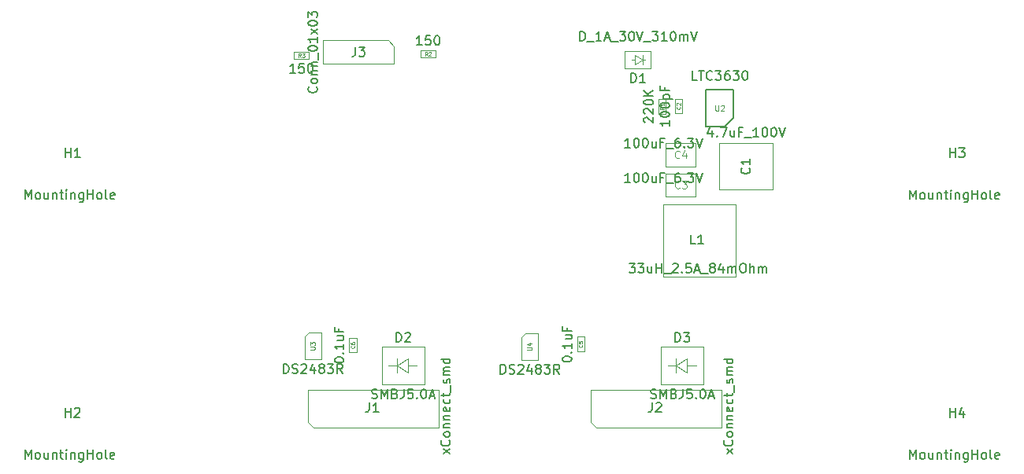
<source format=gbr>
G04 #@! TF.GenerationSoftware,KiCad,Pcbnew,5.1.4*
G04 #@! TF.CreationDate,2019-08-27T14:39:49-04:00*
G04 #@! TF.ProjectId,siot-gateway-particle,73696f74-2d67-4617-9465-7761792d7061,rev?*
G04 #@! TF.SameCoordinates,Original*
G04 #@! TF.FileFunction,Other,Fab,Top*
%FSLAX46Y46*%
G04 Gerber Fmt 4.6, Leading zero omitted, Abs format (unit mm)*
G04 Created by KiCad (PCBNEW 5.1.4) date 2019-08-27 14:39:49*
%MOMM*%
%LPD*%
G04 APERTURE LIST*
%ADD10C,0.100000*%
%ADD11C,0.150000*%
%ADD12C,0.060000*%
%ADD13C,0.090000*%
%ADD14C,0.120000*%
%ADD15C,0.075000*%
G04 APERTURE END LIST*
D10*
X120087500Y-74100000D02*
X118487500Y-74100000D01*
X120087500Y-73300000D02*
X120087500Y-74100000D01*
X118487500Y-73300000D02*
X120087500Y-73300000D01*
X118487500Y-74100000D02*
X118487500Y-73300000D01*
X132100000Y-73150000D02*
X133700000Y-73150000D01*
X132100000Y-73950000D02*
X132100000Y-73150000D01*
X133700000Y-73950000D02*
X132100000Y-73950000D01*
X133700000Y-73150000D02*
X133700000Y-73950000D01*
X128585000Y-72080000D02*
X129220000Y-72715000D01*
X121600000Y-72080000D02*
X128585000Y-72080000D01*
X121600000Y-74620000D02*
X121600000Y-72080000D01*
X129220000Y-74620000D02*
X121600000Y-74620000D01*
X129220000Y-72715000D02*
X129220000Y-74620000D01*
X151000000Y-113760000D02*
X150400000Y-113160000D01*
X164400000Y-113760000D02*
X151000000Y-113760000D01*
X164400000Y-109760000D02*
X164400000Y-113760000D01*
X150400000Y-109760000D02*
X164400000Y-109760000D01*
X150400000Y-113160000D02*
X150400000Y-109760000D01*
X120600000Y-113760000D02*
X120000000Y-113160000D01*
X134000000Y-113760000D02*
X120600000Y-113760000D01*
X134000000Y-109760000D02*
X134000000Y-113760000D01*
X120000000Y-109760000D02*
X134000000Y-109760000D01*
X120000000Y-113160000D02*
X120000000Y-109760000D01*
X159550560Y-107101020D02*
X160701180Y-106300920D01*
X159550560Y-107101020D02*
X160701180Y-107850320D01*
X160701180Y-107850320D02*
X160701180Y-106300920D01*
X159550560Y-106300920D02*
X159550560Y-107901120D01*
X160701180Y-107101020D02*
X161699400Y-107101020D01*
X159550560Y-107101020D02*
X158648860Y-107101020D01*
X162500000Y-105100000D02*
X157900000Y-105100000D01*
X162500000Y-105100000D02*
X162500000Y-109100000D01*
X157900000Y-109100000D02*
X157900000Y-105100000D01*
X162500000Y-109100000D02*
X157900000Y-109100000D01*
X129550560Y-107101020D02*
X130701180Y-106300920D01*
X129550560Y-107101020D02*
X130701180Y-107850320D01*
X130701180Y-107850320D02*
X130701180Y-106300920D01*
X129550560Y-106300920D02*
X129550560Y-107901120D01*
X130701180Y-107101020D02*
X131699400Y-107101020D01*
X129550560Y-107101020D02*
X128648860Y-107101020D01*
X132500000Y-105100000D02*
X127900000Y-105100000D01*
X132500000Y-105100000D02*
X132500000Y-109100000D01*
X127900000Y-109100000D02*
X127900000Y-105100000D01*
X132500000Y-109100000D02*
X127900000Y-109100000D01*
X156848000Y-75068000D02*
X154048000Y-75068000D01*
X154048000Y-75068000D02*
X154048000Y-73268000D01*
X154048000Y-73268000D02*
X156848000Y-73268000D01*
X156848000Y-73268000D02*
X156848000Y-75068000D01*
X156248000Y-74168000D02*
X155948000Y-74168000D01*
X155948000Y-74168000D02*
X155948000Y-74668000D01*
X155948000Y-74168000D02*
X155948000Y-73668000D01*
X155948000Y-74168000D02*
X155148000Y-73668000D01*
X155148000Y-73668000D02*
X155148000Y-74668000D01*
X155148000Y-74668000D02*
X155948000Y-74168000D01*
X155148000Y-74168000D02*
X154748000Y-74168000D01*
D11*
X165742000Y-80398000D02*
X164742000Y-81398000D01*
X165742000Y-77398000D02*
X165742000Y-80398000D01*
X162742000Y-77398000D02*
X165742000Y-77398000D01*
X162742000Y-81398000D02*
X162742000Y-77398000D01*
X164742000Y-81398000D02*
X162742000Y-81398000D01*
D10*
X161660000Y-85660000D02*
X158460000Y-85660000D01*
X161660000Y-83160000D02*
X161660000Y-85660000D01*
X158460000Y-83160000D02*
X161660000Y-83160000D01*
X158460000Y-85660000D02*
X158460000Y-83160000D01*
X159410000Y-79960000D02*
X159410000Y-78360000D01*
X160210000Y-79960000D02*
X159410000Y-79960000D01*
X160210000Y-78360000D02*
X160210000Y-79960000D01*
X159410000Y-78360000D02*
X160210000Y-78360000D01*
X161660000Y-88910000D02*
X158460000Y-88910000D01*
X161660000Y-86410000D02*
X161660000Y-88910000D01*
X158460000Y-86410000D02*
X161660000Y-86410000D01*
X158460000Y-88910000D02*
X158460000Y-86410000D01*
X157660000Y-79997500D02*
X157660000Y-78397500D01*
X158460000Y-79997500D02*
X157660000Y-79997500D01*
X158460000Y-78397500D02*
X158460000Y-79997500D01*
X157660000Y-78397500D02*
X158460000Y-78397500D01*
X165960000Y-89760000D02*
X158160000Y-89760000D01*
X158160000Y-89760000D02*
X158160000Y-97560000D01*
X165960000Y-97560000D02*
X158160000Y-97560000D01*
X165960000Y-89760000D02*
X165960000Y-97560000D01*
X164210000Y-83160000D02*
X169910000Y-83160000D01*
X164210000Y-88160000D02*
X164210000Y-83160000D01*
X169910000Y-88160000D02*
X164210000Y-88160000D01*
X169910000Y-83160000D02*
X169910000Y-88160000D01*
X124400000Y-105700000D02*
X124400000Y-104100000D01*
X125200000Y-105700000D02*
X124400000Y-105700000D01*
X125200000Y-104100000D02*
X125200000Y-105700000D01*
X124400000Y-104100000D02*
X125200000Y-104100000D01*
X148900000Y-105612500D02*
X148900000Y-104012500D01*
X149700000Y-105612500D02*
X148900000Y-105612500D01*
X149700000Y-104012500D02*
X149700000Y-105612500D01*
X148900000Y-104012500D02*
X149700000Y-104012500D01*
X144690000Y-103600000D02*
X144690000Y-106500000D01*
X144690000Y-106500000D02*
X142930000Y-106500000D01*
X142930000Y-104050000D02*
X142930000Y-106500000D01*
X144690000Y-103600000D02*
X143380000Y-103600000D01*
X142930000Y-104050000D02*
X143380000Y-103600000D01*
X121380000Y-103550000D02*
X121380000Y-106450000D01*
X121380000Y-106450000D02*
X119620000Y-106450000D01*
X119620000Y-104000000D02*
X119620000Y-106450000D01*
X121380000Y-103550000D02*
X120070000Y-103550000D01*
X119620000Y-104000000D02*
X120070000Y-103550000D01*
D11*
X118620833Y-75582380D02*
X118049404Y-75582380D01*
X118335119Y-75582380D02*
X118335119Y-74582380D01*
X118239880Y-74725238D01*
X118144642Y-74820476D01*
X118049404Y-74868095D01*
X119525595Y-74582380D02*
X119049404Y-74582380D01*
X119001785Y-75058571D01*
X119049404Y-75010952D01*
X119144642Y-74963333D01*
X119382738Y-74963333D01*
X119477976Y-75010952D01*
X119525595Y-75058571D01*
X119573214Y-75153809D01*
X119573214Y-75391904D01*
X119525595Y-75487142D01*
X119477976Y-75534761D01*
X119382738Y-75582380D01*
X119144642Y-75582380D01*
X119049404Y-75534761D01*
X119001785Y-75487142D01*
X120192261Y-74582380D02*
X120287500Y-74582380D01*
X120382738Y-74630000D01*
X120430357Y-74677619D01*
X120477976Y-74772857D01*
X120525595Y-74963333D01*
X120525595Y-75201428D01*
X120477976Y-75391904D01*
X120430357Y-75487142D01*
X120382738Y-75534761D01*
X120287500Y-75582380D01*
X120192261Y-75582380D01*
X120097023Y-75534761D01*
X120049404Y-75487142D01*
X120001785Y-75391904D01*
X119954166Y-75201428D01*
X119954166Y-74963333D01*
X120001785Y-74772857D01*
X120049404Y-74677619D01*
X120097023Y-74630000D01*
X120192261Y-74582380D01*
D12*
X119220833Y-73880952D02*
X119087500Y-73690476D01*
X118992261Y-73880952D02*
X118992261Y-73480952D01*
X119144642Y-73480952D01*
X119182738Y-73500000D01*
X119201785Y-73519047D01*
X119220833Y-73557142D01*
X119220833Y-73614285D01*
X119201785Y-73652380D01*
X119182738Y-73671428D01*
X119144642Y-73690476D01*
X118992261Y-73690476D01*
X119354166Y-73480952D02*
X119601785Y-73480952D01*
X119468452Y-73633333D01*
X119525595Y-73633333D01*
X119563690Y-73652380D01*
X119582738Y-73671428D01*
X119601785Y-73709523D01*
X119601785Y-73804761D01*
X119582738Y-73842857D01*
X119563690Y-73861904D01*
X119525595Y-73880952D01*
X119411309Y-73880952D01*
X119373214Y-73861904D01*
X119354166Y-73842857D01*
D11*
X132233333Y-72572380D02*
X131661904Y-72572380D01*
X131947619Y-72572380D02*
X131947619Y-71572380D01*
X131852380Y-71715238D01*
X131757142Y-71810476D01*
X131661904Y-71858095D01*
X133138095Y-71572380D02*
X132661904Y-71572380D01*
X132614285Y-72048571D01*
X132661904Y-72000952D01*
X132757142Y-71953333D01*
X132995238Y-71953333D01*
X133090476Y-72000952D01*
X133138095Y-72048571D01*
X133185714Y-72143809D01*
X133185714Y-72381904D01*
X133138095Y-72477142D01*
X133090476Y-72524761D01*
X132995238Y-72572380D01*
X132757142Y-72572380D01*
X132661904Y-72524761D01*
X132614285Y-72477142D01*
X133804761Y-71572380D02*
X133900000Y-71572380D01*
X133995238Y-71620000D01*
X134042857Y-71667619D01*
X134090476Y-71762857D01*
X134138095Y-71953333D01*
X134138095Y-72191428D01*
X134090476Y-72381904D01*
X134042857Y-72477142D01*
X133995238Y-72524761D01*
X133900000Y-72572380D01*
X133804761Y-72572380D01*
X133709523Y-72524761D01*
X133661904Y-72477142D01*
X133614285Y-72381904D01*
X133566666Y-72191428D01*
X133566666Y-71953333D01*
X133614285Y-71762857D01*
X133661904Y-71667619D01*
X133709523Y-71620000D01*
X133804761Y-71572380D01*
D12*
X132833333Y-73730952D02*
X132700000Y-73540476D01*
X132604761Y-73730952D02*
X132604761Y-73330952D01*
X132757142Y-73330952D01*
X132795238Y-73350000D01*
X132814285Y-73369047D01*
X132833333Y-73407142D01*
X132833333Y-73464285D01*
X132814285Y-73502380D01*
X132795238Y-73521428D01*
X132757142Y-73540476D01*
X132604761Y-73540476D01*
X132985714Y-73369047D02*
X133004761Y-73350000D01*
X133042857Y-73330952D01*
X133138095Y-73330952D01*
X133176190Y-73350000D01*
X133195238Y-73369047D01*
X133214285Y-73407142D01*
X133214285Y-73445238D01*
X133195238Y-73502380D01*
X132966666Y-73730952D01*
X133214285Y-73730952D01*
D11*
X120897142Y-77088095D02*
X120944761Y-77135714D01*
X120992380Y-77278571D01*
X120992380Y-77373809D01*
X120944761Y-77516666D01*
X120849523Y-77611904D01*
X120754285Y-77659523D01*
X120563809Y-77707142D01*
X120420952Y-77707142D01*
X120230476Y-77659523D01*
X120135238Y-77611904D01*
X120040000Y-77516666D01*
X119992380Y-77373809D01*
X119992380Y-77278571D01*
X120040000Y-77135714D01*
X120087619Y-77088095D01*
X120992380Y-76516666D02*
X120944761Y-76611904D01*
X120897142Y-76659523D01*
X120801904Y-76707142D01*
X120516190Y-76707142D01*
X120420952Y-76659523D01*
X120373333Y-76611904D01*
X120325714Y-76516666D01*
X120325714Y-76373809D01*
X120373333Y-76278571D01*
X120420952Y-76230952D01*
X120516190Y-76183333D01*
X120801904Y-76183333D01*
X120897142Y-76230952D01*
X120944761Y-76278571D01*
X120992380Y-76373809D01*
X120992380Y-76516666D01*
X120325714Y-75754761D02*
X120992380Y-75754761D01*
X120420952Y-75754761D02*
X120373333Y-75707142D01*
X120325714Y-75611904D01*
X120325714Y-75469047D01*
X120373333Y-75373809D01*
X120468571Y-75326190D01*
X120992380Y-75326190D01*
X120325714Y-74850000D02*
X120992380Y-74850000D01*
X120420952Y-74850000D02*
X120373333Y-74802380D01*
X120325714Y-74707142D01*
X120325714Y-74564285D01*
X120373333Y-74469047D01*
X120468571Y-74421428D01*
X120992380Y-74421428D01*
X121087619Y-74183333D02*
X121087619Y-73421428D01*
X119992380Y-72992857D02*
X119992380Y-72897619D01*
X120040000Y-72802380D01*
X120087619Y-72754761D01*
X120182857Y-72707142D01*
X120373333Y-72659523D01*
X120611428Y-72659523D01*
X120801904Y-72707142D01*
X120897142Y-72754761D01*
X120944761Y-72802380D01*
X120992380Y-72897619D01*
X120992380Y-72992857D01*
X120944761Y-73088095D01*
X120897142Y-73135714D01*
X120801904Y-73183333D01*
X120611428Y-73230952D01*
X120373333Y-73230952D01*
X120182857Y-73183333D01*
X120087619Y-73135714D01*
X120040000Y-73088095D01*
X119992380Y-72992857D01*
X120992380Y-71707142D02*
X120992380Y-72278571D01*
X120992380Y-71992857D02*
X119992380Y-71992857D01*
X120135238Y-72088095D01*
X120230476Y-72183333D01*
X120278095Y-72278571D01*
X120992380Y-71373809D02*
X120325714Y-70850000D01*
X120325714Y-71373809D02*
X120992380Y-70850000D01*
X119992380Y-70278571D02*
X119992380Y-70183333D01*
X120040000Y-70088095D01*
X120087619Y-70040476D01*
X120182857Y-69992857D01*
X120373333Y-69945238D01*
X120611428Y-69945238D01*
X120801904Y-69992857D01*
X120897142Y-70040476D01*
X120944761Y-70088095D01*
X120992380Y-70183333D01*
X120992380Y-70278571D01*
X120944761Y-70373809D01*
X120897142Y-70421428D01*
X120801904Y-70469047D01*
X120611428Y-70516666D01*
X120373333Y-70516666D01*
X120182857Y-70469047D01*
X120087619Y-70421428D01*
X120040000Y-70373809D01*
X119992380Y-70278571D01*
X119992380Y-69611904D02*
X119992380Y-68992857D01*
X120373333Y-69326190D01*
X120373333Y-69183333D01*
X120420952Y-69088095D01*
X120468571Y-69040476D01*
X120563809Y-68992857D01*
X120801904Y-68992857D01*
X120897142Y-69040476D01*
X120944761Y-69088095D01*
X120992380Y-69183333D01*
X120992380Y-69469047D01*
X120944761Y-69564285D01*
X120897142Y-69611904D01*
X125076666Y-72802380D02*
X125076666Y-73516666D01*
X125029047Y-73659523D01*
X124933809Y-73754761D01*
X124790952Y-73802380D01*
X124695714Y-73802380D01*
X125457619Y-72802380D02*
X126076666Y-72802380D01*
X125743333Y-73183333D01*
X125886190Y-73183333D01*
X125981428Y-73230952D01*
X126029047Y-73278571D01*
X126076666Y-73373809D01*
X126076666Y-73611904D01*
X126029047Y-73707142D01*
X125981428Y-73754761D01*
X125886190Y-73802380D01*
X125600476Y-73802380D01*
X125505238Y-73754761D01*
X125457619Y-73707142D01*
X165652380Y-116626666D02*
X164985714Y-116102857D01*
X164985714Y-116626666D02*
X165652380Y-116102857D01*
X165557142Y-115150476D02*
X165604761Y-115198095D01*
X165652380Y-115340952D01*
X165652380Y-115436190D01*
X165604761Y-115579047D01*
X165509523Y-115674285D01*
X165414285Y-115721904D01*
X165223809Y-115769523D01*
X165080952Y-115769523D01*
X164890476Y-115721904D01*
X164795238Y-115674285D01*
X164700000Y-115579047D01*
X164652380Y-115436190D01*
X164652380Y-115340952D01*
X164700000Y-115198095D01*
X164747619Y-115150476D01*
X165652380Y-114579047D02*
X165604761Y-114674285D01*
X165557142Y-114721904D01*
X165461904Y-114769523D01*
X165176190Y-114769523D01*
X165080952Y-114721904D01*
X165033333Y-114674285D01*
X164985714Y-114579047D01*
X164985714Y-114436190D01*
X165033333Y-114340952D01*
X165080952Y-114293333D01*
X165176190Y-114245714D01*
X165461904Y-114245714D01*
X165557142Y-114293333D01*
X165604761Y-114340952D01*
X165652380Y-114436190D01*
X165652380Y-114579047D01*
X164985714Y-113817142D02*
X165652380Y-113817142D01*
X165080952Y-113817142D02*
X165033333Y-113769523D01*
X164985714Y-113674285D01*
X164985714Y-113531428D01*
X165033333Y-113436190D01*
X165128571Y-113388571D01*
X165652380Y-113388571D01*
X164985714Y-112912380D02*
X165652380Y-112912380D01*
X165080952Y-112912380D02*
X165033333Y-112864761D01*
X164985714Y-112769523D01*
X164985714Y-112626666D01*
X165033333Y-112531428D01*
X165128571Y-112483809D01*
X165652380Y-112483809D01*
X165604761Y-111626666D02*
X165652380Y-111721904D01*
X165652380Y-111912380D01*
X165604761Y-112007619D01*
X165509523Y-112055238D01*
X165128571Y-112055238D01*
X165033333Y-112007619D01*
X164985714Y-111912380D01*
X164985714Y-111721904D01*
X165033333Y-111626666D01*
X165128571Y-111579047D01*
X165223809Y-111579047D01*
X165319047Y-112055238D01*
X165604761Y-110721904D02*
X165652380Y-110817142D01*
X165652380Y-111007619D01*
X165604761Y-111102857D01*
X165557142Y-111150476D01*
X165461904Y-111198095D01*
X165176190Y-111198095D01*
X165080952Y-111150476D01*
X165033333Y-111102857D01*
X164985714Y-111007619D01*
X164985714Y-110817142D01*
X165033333Y-110721904D01*
X164985714Y-110436190D02*
X164985714Y-110055238D01*
X164652380Y-110293333D02*
X165509523Y-110293333D01*
X165604761Y-110245714D01*
X165652380Y-110150476D01*
X165652380Y-110055238D01*
X165747619Y-109960000D02*
X165747619Y-109198095D01*
X165604761Y-109007619D02*
X165652380Y-108912380D01*
X165652380Y-108721904D01*
X165604761Y-108626666D01*
X165509523Y-108579047D01*
X165461904Y-108579047D01*
X165366666Y-108626666D01*
X165319047Y-108721904D01*
X165319047Y-108864761D01*
X165271428Y-108960000D01*
X165176190Y-109007619D01*
X165128571Y-109007619D01*
X165033333Y-108960000D01*
X164985714Y-108864761D01*
X164985714Y-108721904D01*
X165033333Y-108626666D01*
X165652380Y-108150476D02*
X164985714Y-108150476D01*
X165080952Y-108150476D02*
X165033333Y-108102857D01*
X164985714Y-108007619D01*
X164985714Y-107864761D01*
X165033333Y-107769523D01*
X165128571Y-107721904D01*
X165652380Y-107721904D01*
X165128571Y-107721904D02*
X165033333Y-107674285D01*
X164985714Y-107579047D01*
X164985714Y-107436190D01*
X165033333Y-107340952D01*
X165128571Y-107293333D01*
X165652380Y-107293333D01*
X165652380Y-106388571D02*
X164652380Y-106388571D01*
X165604761Y-106388571D02*
X165652380Y-106483809D01*
X165652380Y-106674285D01*
X165604761Y-106769523D01*
X165557142Y-106817142D01*
X165461904Y-106864761D01*
X165176190Y-106864761D01*
X165080952Y-106817142D01*
X165033333Y-106769523D01*
X164985714Y-106674285D01*
X164985714Y-106483809D01*
X165033333Y-106388571D01*
X156966666Y-111112380D02*
X156966666Y-111826666D01*
X156919047Y-111969523D01*
X156823809Y-112064761D01*
X156680952Y-112112380D01*
X156585714Y-112112380D01*
X157395238Y-111207619D02*
X157442857Y-111160000D01*
X157538095Y-111112380D01*
X157776190Y-111112380D01*
X157871428Y-111160000D01*
X157919047Y-111207619D01*
X157966666Y-111302857D01*
X157966666Y-111398095D01*
X157919047Y-111540952D01*
X157347619Y-112112380D01*
X157966666Y-112112380D01*
X135252380Y-116626666D02*
X134585714Y-116102857D01*
X134585714Y-116626666D02*
X135252380Y-116102857D01*
X135157142Y-115150476D02*
X135204761Y-115198095D01*
X135252380Y-115340952D01*
X135252380Y-115436190D01*
X135204761Y-115579047D01*
X135109523Y-115674285D01*
X135014285Y-115721904D01*
X134823809Y-115769523D01*
X134680952Y-115769523D01*
X134490476Y-115721904D01*
X134395238Y-115674285D01*
X134300000Y-115579047D01*
X134252380Y-115436190D01*
X134252380Y-115340952D01*
X134300000Y-115198095D01*
X134347619Y-115150476D01*
X135252380Y-114579047D02*
X135204761Y-114674285D01*
X135157142Y-114721904D01*
X135061904Y-114769523D01*
X134776190Y-114769523D01*
X134680952Y-114721904D01*
X134633333Y-114674285D01*
X134585714Y-114579047D01*
X134585714Y-114436190D01*
X134633333Y-114340952D01*
X134680952Y-114293333D01*
X134776190Y-114245714D01*
X135061904Y-114245714D01*
X135157142Y-114293333D01*
X135204761Y-114340952D01*
X135252380Y-114436190D01*
X135252380Y-114579047D01*
X134585714Y-113817142D02*
X135252380Y-113817142D01*
X134680952Y-113817142D02*
X134633333Y-113769523D01*
X134585714Y-113674285D01*
X134585714Y-113531428D01*
X134633333Y-113436190D01*
X134728571Y-113388571D01*
X135252380Y-113388571D01*
X134585714Y-112912380D02*
X135252380Y-112912380D01*
X134680952Y-112912380D02*
X134633333Y-112864761D01*
X134585714Y-112769523D01*
X134585714Y-112626666D01*
X134633333Y-112531428D01*
X134728571Y-112483809D01*
X135252380Y-112483809D01*
X135204761Y-111626666D02*
X135252380Y-111721904D01*
X135252380Y-111912380D01*
X135204761Y-112007619D01*
X135109523Y-112055238D01*
X134728571Y-112055238D01*
X134633333Y-112007619D01*
X134585714Y-111912380D01*
X134585714Y-111721904D01*
X134633333Y-111626666D01*
X134728571Y-111579047D01*
X134823809Y-111579047D01*
X134919047Y-112055238D01*
X135204761Y-110721904D02*
X135252380Y-110817142D01*
X135252380Y-111007619D01*
X135204761Y-111102857D01*
X135157142Y-111150476D01*
X135061904Y-111198095D01*
X134776190Y-111198095D01*
X134680952Y-111150476D01*
X134633333Y-111102857D01*
X134585714Y-111007619D01*
X134585714Y-110817142D01*
X134633333Y-110721904D01*
X134585714Y-110436190D02*
X134585714Y-110055238D01*
X134252380Y-110293333D02*
X135109523Y-110293333D01*
X135204761Y-110245714D01*
X135252380Y-110150476D01*
X135252380Y-110055238D01*
X135347619Y-109960000D02*
X135347619Y-109198095D01*
X135204761Y-109007619D02*
X135252380Y-108912380D01*
X135252380Y-108721904D01*
X135204761Y-108626666D01*
X135109523Y-108579047D01*
X135061904Y-108579047D01*
X134966666Y-108626666D01*
X134919047Y-108721904D01*
X134919047Y-108864761D01*
X134871428Y-108960000D01*
X134776190Y-109007619D01*
X134728571Y-109007619D01*
X134633333Y-108960000D01*
X134585714Y-108864761D01*
X134585714Y-108721904D01*
X134633333Y-108626666D01*
X135252380Y-108150476D02*
X134585714Y-108150476D01*
X134680952Y-108150476D02*
X134633333Y-108102857D01*
X134585714Y-108007619D01*
X134585714Y-107864761D01*
X134633333Y-107769523D01*
X134728571Y-107721904D01*
X135252380Y-107721904D01*
X134728571Y-107721904D02*
X134633333Y-107674285D01*
X134585714Y-107579047D01*
X134585714Y-107436190D01*
X134633333Y-107340952D01*
X134728571Y-107293333D01*
X135252380Y-107293333D01*
X135252380Y-106388571D02*
X134252380Y-106388571D01*
X135204761Y-106388571D02*
X135252380Y-106483809D01*
X135252380Y-106674285D01*
X135204761Y-106769523D01*
X135157142Y-106817142D01*
X135061904Y-106864761D01*
X134776190Y-106864761D01*
X134680952Y-106817142D01*
X134633333Y-106769523D01*
X134585714Y-106674285D01*
X134585714Y-106483809D01*
X134633333Y-106388571D01*
X126566666Y-111112380D02*
X126566666Y-111826666D01*
X126519047Y-111969523D01*
X126423809Y-112064761D01*
X126280952Y-112112380D01*
X126185714Y-112112380D01*
X127566666Y-112112380D02*
X126995238Y-112112380D01*
X127280952Y-112112380D02*
X127280952Y-111112380D01*
X127185714Y-111255238D01*
X127090476Y-111350476D01*
X126995238Y-111398095D01*
X156842857Y-110604761D02*
X156985714Y-110652380D01*
X157223809Y-110652380D01*
X157319047Y-110604761D01*
X157366666Y-110557142D01*
X157414285Y-110461904D01*
X157414285Y-110366666D01*
X157366666Y-110271428D01*
X157319047Y-110223809D01*
X157223809Y-110176190D01*
X157033333Y-110128571D01*
X156938095Y-110080952D01*
X156890476Y-110033333D01*
X156842857Y-109938095D01*
X156842857Y-109842857D01*
X156890476Y-109747619D01*
X156938095Y-109700000D01*
X157033333Y-109652380D01*
X157271428Y-109652380D01*
X157414285Y-109700000D01*
X157842857Y-110652380D02*
X157842857Y-109652380D01*
X158176190Y-110366666D01*
X158509523Y-109652380D01*
X158509523Y-110652380D01*
X159319047Y-110128571D02*
X159461904Y-110176190D01*
X159509523Y-110223809D01*
X159557142Y-110319047D01*
X159557142Y-110461904D01*
X159509523Y-110557142D01*
X159461904Y-110604761D01*
X159366666Y-110652380D01*
X158985714Y-110652380D01*
X158985714Y-109652380D01*
X159319047Y-109652380D01*
X159414285Y-109700000D01*
X159461904Y-109747619D01*
X159509523Y-109842857D01*
X159509523Y-109938095D01*
X159461904Y-110033333D01*
X159414285Y-110080952D01*
X159319047Y-110128571D01*
X158985714Y-110128571D01*
X160271428Y-109652380D02*
X160271428Y-110366666D01*
X160223809Y-110509523D01*
X160128571Y-110604761D01*
X159985714Y-110652380D01*
X159890476Y-110652380D01*
X161223809Y-109652380D02*
X160747619Y-109652380D01*
X160700000Y-110128571D01*
X160747619Y-110080952D01*
X160842857Y-110033333D01*
X161080952Y-110033333D01*
X161176190Y-110080952D01*
X161223809Y-110128571D01*
X161271428Y-110223809D01*
X161271428Y-110461904D01*
X161223809Y-110557142D01*
X161176190Y-110604761D01*
X161080952Y-110652380D01*
X160842857Y-110652380D01*
X160747619Y-110604761D01*
X160700000Y-110557142D01*
X161700000Y-110557142D02*
X161747619Y-110604761D01*
X161700000Y-110652380D01*
X161652380Y-110604761D01*
X161700000Y-110557142D01*
X161700000Y-110652380D01*
X162366666Y-109652380D02*
X162461904Y-109652380D01*
X162557142Y-109700000D01*
X162604761Y-109747619D01*
X162652380Y-109842857D01*
X162700000Y-110033333D01*
X162700000Y-110271428D01*
X162652380Y-110461904D01*
X162604761Y-110557142D01*
X162557142Y-110604761D01*
X162461904Y-110652380D01*
X162366666Y-110652380D01*
X162271428Y-110604761D01*
X162223809Y-110557142D01*
X162176190Y-110461904D01*
X162128571Y-110271428D01*
X162128571Y-110033333D01*
X162176190Y-109842857D01*
X162223809Y-109747619D01*
X162271428Y-109700000D01*
X162366666Y-109652380D01*
X163080952Y-110366666D02*
X163557142Y-110366666D01*
X162985714Y-110652380D02*
X163319047Y-109652380D01*
X163652380Y-110652380D01*
X159461904Y-104552380D02*
X159461904Y-103552380D01*
X159700000Y-103552380D01*
X159842857Y-103600000D01*
X159938095Y-103695238D01*
X159985714Y-103790476D01*
X160033333Y-103980952D01*
X160033333Y-104123809D01*
X159985714Y-104314285D01*
X159938095Y-104409523D01*
X159842857Y-104504761D01*
X159700000Y-104552380D01*
X159461904Y-104552380D01*
X160366666Y-103552380D02*
X160985714Y-103552380D01*
X160652380Y-103933333D01*
X160795238Y-103933333D01*
X160890476Y-103980952D01*
X160938095Y-104028571D01*
X160985714Y-104123809D01*
X160985714Y-104361904D01*
X160938095Y-104457142D01*
X160890476Y-104504761D01*
X160795238Y-104552380D01*
X160509523Y-104552380D01*
X160414285Y-104504761D01*
X160366666Y-104457142D01*
X126842857Y-110604761D02*
X126985714Y-110652380D01*
X127223809Y-110652380D01*
X127319047Y-110604761D01*
X127366666Y-110557142D01*
X127414285Y-110461904D01*
X127414285Y-110366666D01*
X127366666Y-110271428D01*
X127319047Y-110223809D01*
X127223809Y-110176190D01*
X127033333Y-110128571D01*
X126938095Y-110080952D01*
X126890476Y-110033333D01*
X126842857Y-109938095D01*
X126842857Y-109842857D01*
X126890476Y-109747619D01*
X126938095Y-109700000D01*
X127033333Y-109652380D01*
X127271428Y-109652380D01*
X127414285Y-109700000D01*
X127842857Y-110652380D02*
X127842857Y-109652380D01*
X128176190Y-110366666D01*
X128509523Y-109652380D01*
X128509523Y-110652380D01*
X129319047Y-110128571D02*
X129461904Y-110176190D01*
X129509523Y-110223809D01*
X129557142Y-110319047D01*
X129557142Y-110461904D01*
X129509523Y-110557142D01*
X129461904Y-110604761D01*
X129366666Y-110652380D01*
X128985714Y-110652380D01*
X128985714Y-109652380D01*
X129319047Y-109652380D01*
X129414285Y-109700000D01*
X129461904Y-109747619D01*
X129509523Y-109842857D01*
X129509523Y-109938095D01*
X129461904Y-110033333D01*
X129414285Y-110080952D01*
X129319047Y-110128571D01*
X128985714Y-110128571D01*
X130271428Y-109652380D02*
X130271428Y-110366666D01*
X130223809Y-110509523D01*
X130128571Y-110604761D01*
X129985714Y-110652380D01*
X129890476Y-110652380D01*
X131223809Y-109652380D02*
X130747619Y-109652380D01*
X130700000Y-110128571D01*
X130747619Y-110080952D01*
X130842857Y-110033333D01*
X131080952Y-110033333D01*
X131176190Y-110080952D01*
X131223809Y-110128571D01*
X131271428Y-110223809D01*
X131271428Y-110461904D01*
X131223809Y-110557142D01*
X131176190Y-110604761D01*
X131080952Y-110652380D01*
X130842857Y-110652380D01*
X130747619Y-110604761D01*
X130700000Y-110557142D01*
X131700000Y-110557142D02*
X131747619Y-110604761D01*
X131700000Y-110652380D01*
X131652380Y-110604761D01*
X131700000Y-110557142D01*
X131700000Y-110652380D01*
X132366666Y-109652380D02*
X132461904Y-109652380D01*
X132557142Y-109700000D01*
X132604761Y-109747619D01*
X132652380Y-109842857D01*
X132700000Y-110033333D01*
X132700000Y-110271428D01*
X132652380Y-110461904D01*
X132604761Y-110557142D01*
X132557142Y-110604761D01*
X132461904Y-110652380D01*
X132366666Y-110652380D01*
X132271428Y-110604761D01*
X132223809Y-110557142D01*
X132176190Y-110461904D01*
X132128571Y-110271428D01*
X132128571Y-110033333D01*
X132176190Y-109842857D01*
X132223809Y-109747619D01*
X132271428Y-109700000D01*
X132366666Y-109652380D01*
X133080952Y-110366666D02*
X133557142Y-110366666D01*
X132985714Y-110652380D02*
X133319047Y-109652380D01*
X133652380Y-110652380D01*
X129461904Y-104552380D02*
X129461904Y-103552380D01*
X129700000Y-103552380D01*
X129842857Y-103600000D01*
X129938095Y-103695238D01*
X129985714Y-103790476D01*
X130033333Y-103980952D01*
X130033333Y-104123809D01*
X129985714Y-104314285D01*
X129938095Y-104409523D01*
X129842857Y-104504761D01*
X129700000Y-104552380D01*
X129461904Y-104552380D01*
X130414285Y-103647619D02*
X130461904Y-103600000D01*
X130557142Y-103552380D01*
X130795238Y-103552380D01*
X130890476Y-103600000D01*
X130938095Y-103647619D01*
X130985714Y-103742857D01*
X130985714Y-103838095D01*
X130938095Y-103980952D01*
X130366666Y-104552380D01*
X130985714Y-104552380D01*
X149233714Y-72120380D02*
X149233714Y-71120380D01*
X149471809Y-71120380D01*
X149614666Y-71168000D01*
X149709904Y-71263238D01*
X149757523Y-71358476D01*
X149805142Y-71548952D01*
X149805142Y-71691809D01*
X149757523Y-71882285D01*
X149709904Y-71977523D01*
X149614666Y-72072761D01*
X149471809Y-72120380D01*
X149233714Y-72120380D01*
X149995619Y-72215619D02*
X150757523Y-72215619D01*
X151519428Y-72120380D02*
X150948000Y-72120380D01*
X151233714Y-72120380D02*
X151233714Y-71120380D01*
X151138476Y-71263238D01*
X151043238Y-71358476D01*
X150948000Y-71406095D01*
X151900380Y-71834666D02*
X152376571Y-71834666D01*
X151805142Y-72120380D02*
X152138476Y-71120380D01*
X152471809Y-72120380D01*
X152567047Y-72215619D02*
X153328952Y-72215619D01*
X153471809Y-71120380D02*
X154090857Y-71120380D01*
X153757523Y-71501333D01*
X153900380Y-71501333D01*
X153995619Y-71548952D01*
X154043238Y-71596571D01*
X154090857Y-71691809D01*
X154090857Y-71929904D01*
X154043238Y-72025142D01*
X153995619Y-72072761D01*
X153900380Y-72120380D01*
X153614666Y-72120380D01*
X153519428Y-72072761D01*
X153471809Y-72025142D01*
X154709904Y-71120380D02*
X154805142Y-71120380D01*
X154900380Y-71168000D01*
X154948000Y-71215619D01*
X154995619Y-71310857D01*
X155043238Y-71501333D01*
X155043238Y-71739428D01*
X154995619Y-71929904D01*
X154948000Y-72025142D01*
X154900380Y-72072761D01*
X154805142Y-72120380D01*
X154709904Y-72120380D01*
X154614666Y-72072761D01*
X154567047Y-72025142D01*
X154519428Y-71929904D01*
X154471809Y-71739428D01*
X154471809Y-71501333D01*
X154519428Y-71310857D01*
X154567047Y-71215619D01*
X154614666Y-71168000D01*
X154709904Y-71120380D01*
X155328952Y-71120380D02*
X155662285Y-72120380D01*
X155995619Y-71120380D01*
X156090857Y-72215619D02*
X156852761Y-72215619D01*
X156995619Y-71120380D02*
X157614666Y-71120380D01*
X157281333Y-71501333D01*
X157424190Y-71501333D01*
X157519428Y-71548952D01*
X157567047Y-71596571D01*
X157614666Y-71691809D01*
X157614666Y-71929904D01*
X157567047Y-72025142D01*
X157519428Y-72072761D01*
X157424190Y-72120380D01*
X157138476Y-72120380D01*
X157043238Y-72072761D01*
X156995619Y-72025142D01*
X158567047Y-72120380D02*
X157995619Y-72120380D01*
X158281333Y-72120380D02*
X158281333Y-71120380D01*
X158186095Y-71263238D01*
X158090857Y-71358476D01*
X157995619Y-71406095D01*
X159186095Y-71120380D02*
X159281333Y-71120380D01*
X159376571Y-71168000D01*
X159424190Y-71215619D01*
X159471809Y-71310857D01*
X159519428Y-71501333D01*
X159519428Y-71739428D01*
X159471809Y-71929904D01*
X159424190Y-72025142D01*
X159376571Y-72072761D01*
X159281333Y-72120380D01*
X159186095Y-72120380D01*
X159090857Y-72072761D01*
X159043238Y-72025142D01*
X158995619Y-71929904D01*
X158948000Y-71739428D01*
X158948000Y-71501333D01*
X158995619Y-71310857D01*
X159043238Y-71215619D01*
X159090857Y-71168000D01*
X159186095Y-71120380D01*
X159948000Y-72120380D02*
X159948000Y-71453714D01*
X159948000Y-71548952D02*
X159995619Y-71501333D01*
X160090857Y-71453714D01*
X160233714Y-71453714D01*
X160328952Y-71501333D01*
X160376571Y-71596571D01*
X160376571Y-72120380D01*
X160376571Y-71596571D02*
X160424190Y-71501333D01*
X160519428Y-71453714D01*
X160662285Y-71453714D01*
X160757523Y-71501333D01*
X160805142Y-71596571D01*
X160805142Y-72120380D01*
X161138476Y-71120380D02*
X161471809Y-72120380D01*
X161805142Y-71120380D01*
X154709904Y-76620380D02*
X154709904Y-75620380D01*
X154948000Y-75620380D01*
X155090857Y-75668000D01*
X155186095Y-75763238D01*
X155233714Y-75858476D01*
X155281333Y-76048952D01*
X155281333Y-76191809D01*
X155233714Y-76382285D01*
X155186095Y-76477523D01*
X155090857Y-76572761D01*
X154948000Y-76620380D01*
X154709904Y-76620380D01*
X156233714Y-76620380D02*
X155662285Y-76620380D01*
X155948000Y-76620380D02*
X155948000Y-75620380D01*
X155852761Y-75763238D01*
X155757523Y-75858476D01*
X155662285Y-75906095D01*
X161765809Y-76350380D02*
X161289619Y-76350380D01*
X161289619Y-75350380D01*
X161956285Y-75350380D02*
X162527714Y-75350380D01*
X162242000Y-76350380D02*
X162242000Y-75350380D01*
X163432476Y-76255142D02*
X163384857Y-76302761D01*
X163242000Y-76350380D01*
X163146761Y-76350380D01*
X163003904Y-76302761D01*
X162908666Y-76207523D01*
X162861047Y-76112285D01*
X162813428Y-75921809D01*
X162813428Y-75778952D01*
X162861047Y-75588476D01*
X162908666Y-75493238D01*
X163003904Y-75398000D01*
X163146761Y-75350380D01*
X163242000Y-75350380D01*
X163384857Y-75398000D01*
X163432476Y-75445619D01*
X163765809Y-75350380D02*
X164384857Y-75350380D01*
X164051523Y-75731333D01*
X164194380Y-75731333D01*
X164289619Y-75778952D01*
X164337238Y-75826571D01*
X164384857Y-75921809D01*
X164384857Y-76159904D01*
X164337238Y-76255142D01*
X164289619Y-76302761D01*
X164194380Y-76350380D01*
X163908666Y-76350380D01*
X163813428Y-76302761D01*
X163765809Y-76255142D01*
X165242000Y-75350380D02*
X165051523Y-75350380D01*
X164956285Y-75398000D01*
X164908666Y-75445619D01*
X164813428Y-75588476D01*
X164765809Y-75778952D01*
X164765809Y-76159904D01*
X164813428Y-76255142D01*
X164861047Y-76302761D01*
X164956285Y-76350380D01*
X165146761Y-76350380D01*
X165242000Y-76302761D01*
X165289619Y-76255142D01*
X165337238Y-76159904D01*
X165337238Y-75921809D01*
X165289619Y-75826571D01*
X165242000Y-75778952D01*
X165146761Y-75731333D01*
X164956285Y-75731333D01*
X164861047Y-75778952D01*
X164813428Y-75826571D01*
X164765809Y-75921809D01*
X165670571Y-75350380D02*
X166289619Y-75350380D01*
X165956285Y-75731333D01*
X166099142Y-75731333D01*
X166194380Y-75778952D01*
X166242000Y-75826571D01*
X166289619Y-75921809D01*
X166289619Y-76159904D01*
X166242000Y-76255142D01*
X166194380Y-76302761D01*
X166099142Y-76350380D01*
X165813428Y-76350380D01*
X165718190Y-76302761D01*
X165670571Y-76255142D01*
X166908666Y-75350380D02*
X167003904Y-75350380D01*
X167099142Y-75398000D01*
X167146761Y-75445619D01*
X167194380Y-75540857D01*
X167242000Y-75731333D01*
X167242000Y-75969428D01*
X167194380Y-76159904D01*
X167146761Y-76255142D01*
X167099142Y-76302761D01*
X167003904Y-76350380D01*
X166908666Y-76350380D01*
X166813428Y-76302761D01*
X166765809Y-76255142D01*
X166718190Y-76159904D01*
X166670571Y-75969428D01*
X166670571Y-75731333D01*
X166718190Y-75540857D01*
X166765809Y-75445619D01*
X166813428Y-75398000D01*
X166908666Y-75350380D01*
D13*
X163784857Y-79069428D02*
X163784857Y-79555142D01*
X163813428Y-79612285D01*
X163842000Y-79640857D01*
X163899142Y-79669428D01*
X164013428Y-79669428D01*
X164070571Y-79640857D01*
X164099142Y-79612285D01*
X164127714Y-79555142D01*
X164127714Y-79069428D01*
X164384857Y-79126571D02*
X164413428Y-79098000D01*
X164470571Y-79069428D01*
X164613428Y-79069428D01*
X164670571Y-79098000D01*
X164699142Y-79126571D01*
X164727714Y-79183714D01*
X164727714Y-79240857D01*
X164699142Y-79326571D01*
X164356285Y-79669428D01*
X164727714Y-79669428D01*
D11*
X154612380Y-83612380D02*
X154040952Y-83612380D01*
X154326666Y-83612380D02*
X154326666Y-82612380D01*
X154231428Y-82755238D01*
X154136190Y-82850476D01*
X154040952Y-82898095D01*
X155231428Y-82612380D02*
X155326666Y-82612380D01*
X155421904Y-82660000D01*
X155469523Y-82707619D01*
X155517142Y-82802857D01*
X155564761Y-82993333D01*
X155564761Y-83231428D01*
X155517142Y-83421904D01*
X155469523Y-83517142D01*
X155421904Y-83564761D01*
X155326666Y-83612380D01*
X155231428Y-83612380D01*
X155136190Y-83564761D01*
X155088571Y-83517142D01*
X155040952Y-83421904D01*
X154993333Y-83231428D01*
X154993333Y-82993333D01*
X155040952Y-82802857D01*
X155088571Y-82707619D01*
X155136190Y-82660000D01*
X155231428Y-82612380D01*
X156183809Y-82612380D02*
X156279047Y-82612380D01*
X156374285Y-82660000D01*
X156421904Y-82707619D01*
X156469523Y-82802857D01*
X156517142Y-82993333D01*
X156517142Y-83231428D01*
X156469523Y-83421904D01*
X156421904Y-83517142D01*
X156374285Y-83564761D01*
X156279047Y-83612380D01*
X156183809Y-83612380D01*
X156088571Y-83564761D01*
X156040952Y-83517142D01*
X155993333Y-83421904D01*
X155945714Y-83231428D01*
X155945714Y-82993333D01*
X155993333Y-82802857D01*
X156040952Y-82707619D01*
X156088571Y-82660000D01*
X156183809Y-82612380D01*
X157374285Y-82945714D02*
X157374285Y-83612380D01*
X156945714Y-82945714D02*
X156945714Y-83469523D01*
X156993333Y-83564761D01*
X157088571Y-83612380D01*
X157231428Y-83612380D01*
X157326666Y-83564761D01*
X157374285Y-83517142D01*
X158183809Y-83088571D02*
X157850476Y-83088571D01*
X157850476Y-83612380D02*
X157850476Y-82612380D01*
X158326666Y-82612380D01*
X158469523Y-83707619D02*
X159231428Y-83707619D01*
X159898095Y-82612380D02*
X159707619Y-82612380D01*
X159612380Y-82660000D01*
X159564761Y-82707619D01*
X159469523Y-82850476D01*
X159421904Y-83040952D01*
X159421904Y-83421904D01*
X159469523Y-83517142D01*
X159517142Y-83564761D01*
X159612380Y-83612380D01*
X159802857Y-83612380D01*
X159898095Y-83564761D01*
X159945714Y-83517142D01*
X159993333Y-83421904D01*
X159993333Y-83183809D01*
X159945714Y-83088571D01*
X159898095Y-83040952D01*
X159802857Y-82993333D01*
X159612380Y-82993333D01*
X159517142Y-83040952D01*
X159469523Y-83088571D01*
X159421904Y-83183809D01*
X160421904Y-83517142D02*
X160469523Y-83564761D01*
X160421904Y-83612380D01*
X160374285Y-83564761D01*
X160421904Y-83517142D01*
X160421904Y-83612380D01*
X160802857Y-82612380D02*
X161421904Y-82612380D01*
X161088571Y-82993333D01*
X161231428Y-82993333D01*
X161326666Y-83040952D01*
X161374285Y-83088571D01*
X161421904Y-83183809D01*
X161421904Y-83421904D01*
X161374285Y-83517142D01*
X161326666Y-83564761D01*
X161231428Y-83612380D01*
X160945714Y-83612380D01*
X160850476Y-83564761D01*
X160802857Y-83517142D01*
X161707619Y-82612380D02*
X162040952Y-83612380D01*
X162374285Y-82612380D01*
D14*
X159926666Y-84695714D02*
X159888571Y-84733809D01*
X159774285Y-84771904D01*
X159698095Y-84771904D01*
X159583809Y-84733809D01*
X159507619Y-84657619D01*
X159469523Y-84581428D01*
X159431428Y-84429047D01*
X159431428Y-84314761D01*
X159469523Y-84162380D01*
X159507619Y-84086190D01*
X159583809Y-84010000D01*
X159698095Y-83971904D01*
X159774285Y-83971904D01*
X159888571Y-84010000D01*
X159926666Y-84048095D01*
X160612380Y-84238571D02*
X160612380Y-84771904D01*
X160421904Y-83933809D02*
X160231428Y-84505238D01*
X160726666Y-84505238D01*
D11*
X158832380Y-80707619D02*
X158832380Y-81279047D01*
X158832380Y-80993333D02*
X157832380Y-80993333D01*
X157975238Y-81088571D01*
X158070476Y-81183809D01*
X158118095Y-81279047D01*
X157832380Y-80088571D02*
X157832380Y-79993333D01*
X157880000Y-79898095D01*
X157927619Y-79850476D01*
X158022857Y-79802857D01*
X158213333Y-79755238D01*
X158451428Y-79755238D01*
X158641904Y-79802857D01*
X158737142Y-79850476D01*
X158784761Y-79898095D01*
X158832380Y-79993333D01*
X158832380Y-80088571D01*
X158784761Y-80183809D01*
X158737142Y-80231428D01*
X158641904Y-80279047D01*
X158451428Y-80326666D01*
X158213333Y-80326666D01*
X158022857Y-80279047D01*
X157927619Y-80231428D01*
X157880000Y-80183809D01*
X157832380Y-80088571D01*
X157832380Y-79136190D02*
X157832380Y-79040952D01*
X157880000Y-78945714D01*
X157927619Y-78898095D01*
X158022857Y-78850476D01*
X158213333Y-78802857D01*
X158451428Y-78802857D01*
X158641904Y-78850476D01*
X158737142Y-78898095D01*
X158784761Y-78945714D01*
X158832380Y-79040952D01*
X158832380Y-79136190D01*
X158784761Y-79231428D01*
X158737142Y-79279047D01*
X158641904Y-79326666D01*
X158451428Y-79374285D01*
X158213333Y-79374285D01*
X158022857Y-79326666D01*
X157927619Y-79279047D01*
X157880000Y-79231428D01*
X157832380Y-79136190D01*
X158165714Y-78374285D02*
X159165714Y-78374285D01*
X158213333Y-78374285D02*
X158165714Y-78279047D01*
X158165714Y-78088571D01*
X158213333Y-77993333D01*
X158260952Y-77945714D01*
X158356190Y-77898095D01*
X158641904Y-77898095D01*
X158737142Y-77945714D01*
X158784761Y-77993333D01*
X158832380Y-78088571D01*
X158832380Y-78279047D01*
X158784761Y-78374285D01*
X158308571Y-77136190D02*
X158308571Y-77469523D01*
X158832380Y-77469523D02*
X157832380Y-77469523D01*
X157832380Y-76993333D01*
D12*
X159952857Y-79226666D02*
X159971904Y-79245714D01*
X159990952Y-79302857D01*
X159990952Y-79340952D01*
X159971904Y-79398095D01*
X159933809Y-79436190D01*
X159895714Y-79455238D01*
X159819523Y-79474285D01*
X159762380Y-79474285D01*
X159686190Y-79455238D01*
X159648095Y-79436190D01*
X159610000Y-79398095D01*
X159590952Y-79340952D01*
X159590952Y-79302857D01*
X159610000Y-79245714D01*
X159629047Y-79226666D01*
X159629047Y-79074285D02*
X159610000Y-79055238D01*
X159590952Y-79017142D01*
X159590952Y-78921904D01*
X159610000Y-78883809D01*
X159629047Y-78864761D01*
X159667142Y-78845714D01*
X159705238Y-78845714D01*
X159762380Y-78864761D01*
X159990952Y-79093333D01*
X159990952Y-78845714D01*
D11*
X154612380Y-87362380D02*
X154040952Y-87362380D01*
X154326666Y-87362380D02*
X154326666Y-86362380D01*
X154231428Y-86505238D01*
X154136190Y-86600476D01*
X154040952Y-86648095D01*
X155231428Y-86362380D02*
X155326666Y-86362380D01*
X155421904Y-86410000D01*
X155469523Y-86457619D01*
X155517142Y-86552857D01*
X155564761Y-86743333D01*
X155564761Y-86981428D01*
X155517142Y-87171904D01*
X155469523Y-87267142D01*
X155421904Y-87314761D01*
X155326666Y-87362380D01*
X155231428Y-87362380D01*
X155136190Y-87314761D01*
X155088571Y-87267142D01*
X155040952Y-87171904D01*
X154993333Y-86981428D01*
X154993333Y-86743333D01*
X155040952Y-86552857D01*
X155088571Y-86457619D01*
X155136190Y-86410000D01*
X155231428Y-86362380D01*
X156183809Y-86362380D02*
X156279047Y-86362380D01*
X156374285Y-86410000D01*
X156421904Y-86457619D01*
X156469523Y-86552857D01*
X156517142Y-86743333D01*
X156517142Y-86981428D01*
X156469523Y-87171904D01*
X156421904Y-87267142D01*
X156374285Y-87314761D01*
X156279047Y-87362380D01*
X156183809Y-87362380D01*
X156088571Y-87314761D01*
X156040952Y-87267142D01*
X155993333Y-87171904D01*
X155945714Y-86981428D01*
X155945714Y-86743333D01*
X155993333Y-86552857D01*
X156040952Y-86457619D01*
X156088571Y-86410000D01*
X156183809Y-86362380D01*
X157374285Y-86695714D02*
X157374285Y-87362380D01*
X156945714Y-86695714D02*
X156945714Y-87219523D01*
X156993333Y-87314761D01*
X157088571Y-87362380D01*
X157231428Y-87362380D01*
X157326666Y-87314761D01*
X157374285Y-87267142D01*
X158183809Y-86838571D02*
X157850476Y-86838571D01*
X157850476Y-87362380D02*
X157850476Y-86362380D01*
X158326666Y-86362380D01*
X158469523Y-87457619D02*
X159231428Y-87457619D01*
X159898095Y-86362380D02*
X159707619Y-86362380D01*
X159612380Y-86410000D01*
X159564761Y-86457619D01*
X159469523Y-86600476D01*
X159421904Y-86790952D01*
X159421904Y-87171904D01*
X159469523Y-87267142D01*
X159517142Y-87314761D01*
X159612380Y-87362380D01*
X159802857Y-87362380D01*
X159898095Y-87314761D01*
X159945714Y-87267142D01*
X159993333Y-87171904D01*
X159993333Y-86933809D01*
X159945714Y-86838571D01*
X159898095Y-86790952D01*
X159802857Y-86743333D01*
X159612380Y-86743333D01*
X159517142Y-86790952D01*
X159469523Y-86838571D01*
X159421904Y-86933809D01*
X160421904Y-87267142D02*
X160469523Y-87314761D01*
X160421904Y-87362380D01*
X160374285Y-87314761D01*
X160421904Y-87267142D01*
X160421904Y-87362380D01*
X160802857Y-86362380D02*
X161421904Y-86362380D01*
X161088571Y-86743333D01*
X161231428Y-86743333D01*
X161326666Y-86790952D01*
X161374285Y-86838571D01*
X161421904Y-86933809D01*
X161421904Y-87171904D01*
X161374285Y-87267142D01*
X161326666Y-87314761D01*
X161231428Y-87362380D01*
X160945714Y-87362380D01*
X160850476Y-87314761D01*
X160802857Y-87267142D01*
X161707619Y-86362380D02*
X162040952Y-87362380D01*
X162374285Y-86362380D01*
D14*
X159926666Y-87945714D02*
X159888571Y-87983809D01*
X159774285Y-88021904D01*
X159698095Y-88021904D01*
X159583809Y-87983809D01*
X159507619Y-87907619D01*
X159469523Y-87831428D01*
X159431428Y-87679047D01*
X159431428Y-87564761D01*
X159469523Y-87412380D01*
X159507619Y-87336190D01*
X159583809Y-87260000D01*
X159698095Y-87221904D01*
X159774285Y-87221904D01*
X159888571Y-87260000D01*
X159926666Y-87298095D01*
X160193333Y-87221904D02*
X160688571Y-87221904D01*
X160421904Y-87526666D01*
X160536190Y-87526666D01*
X160612380Y-87564761D01*
X160650476Y-87602857D01*
X160688571Y-87679047D01*
X160688571Y-87869523D01*
X160650476Y-87945714D01*
X160612380Y-87983809D01*
X160536190Y-88021904D01*
X160307619Y-88021904D01*
X160231428Y-87983809D01*
X160193333Y-87945714D01*
D11*
X156177619Y-80935595D02*
X156130000Y-80887976D01*
X156082380Y-80792738D01*
X156082380Y-80554642D01*
X156130000Y-80459404D01*
X156177619Y-80411785D01*
X156272857Y-80364166D01*
X156368095Y-80364166D01*
X156510952Y-80411785D01*
X157082380Y-80983214D01*
X157082380Y-80364166D01*
X156177619Y-79983214D02*
X156130000Y-79935595D01*
X156082380Y-79840357D01*
X156082380Y-79602261D01*
X156130000Y-79507023D01*
X156177619Y-79459404D01*
X156272857Y-79411785D01*
X156368095Y-79411785D01*
X156510952Y-79459404D01*
X157082380Y-80030833D01*
X157082380Y-79411785D01*
X156082380Y-78792738D02*
X156082380Y-78697500D01*
X156130000Y-78602261D01*
X156177619Y-78554642D01*
X156272857Y-78507023D01*
X156463333Y-78459404D01*
X156701428Y-78459404D01*
X156891904Y-78507023D01*
X156987142Y-78554642D01*
X157034761Y-78602261D01*
X157082380Y-78697500D01*
X157082380Y-78792738D01*
X157034761Y-78887976D01*
X156987142Y-78935595D01*
X156891904Y-78983214D01*
X156701428Y-79030833D01*
X156463333Y-79030833D01*
X156272857Y-78983214D01*
X156177619Y-78935595D01*
X156130000Y-78887976D01*
X156082380Y-78792738D01*
X157082380Y-78030833D02*
X156082380Y-78030833D01*
X157082380Y-77459404D02*
X156510952Y-77887976D01*
X156082380Y-77459404D02*
X156653809Y-78030833D01*
D12*
X158240952Y-79264166D02*
X158050476Y-79397500D01*
X158240952Y-79492738D02*
X157840952Y-79492738D01*
X157840952Y-79340357D01*
X157860000Y-79302261D01*
X157879047Y-79283214D01*
X157917142Y-79264166D01*
X157974285Y-79264166D01*
X158012380Y-79283214D01*
X158031428Y-79302261D01*
X158050476Y-79340357D01*
X158050476Y-79492738D01*
X158240952Y-78883214D02*
X158240952Y-79111785D01*
X158240952Y-78997500D02*
X157840952Y-78997500D01*
X157898095Y-79035595D01*
X157936190Y-79073690D01*
X157955238Y-79111785D01*
D11*
X154506428Y-96112380D02*
X155125476Y-96112380D01*
X154792142Y-96493333D01*
X154935000Y-96493333D01*
X155030238Y-96540952D01*
X155077857Y-96588571D01*
X155125476Y-96683809D01*
X155125476Y-96921904D01*
X155077857Y-97017142D01*
X155030238Y-97064761D01*
X154935000Y-97112380D01*
X154649285Y-97112380D01*
X154554047Y-97064761D01*
X154506428Y-97017142D01*
X155458809Y-96112380D02*
X156077857Y-96112380D01*
X155744523Y-96493333D01*
X155887380Y-96493333D01*
X155982619Y-96540952D01*
X156030238Y-96588571D01*
X156077857Y-96683809D01*
X156077857Y-96921904D01*
X156030238Y-97017142D01*
X155982619Y-97064761D01*
X155887380Y-97112380D01*
X155601666Y-97112380D01*
X155506428Y-97064761D01*
X155458809Y-97017142D01*
X156935000Y-96445714D02*
X156935000Y-97112380D01*
X156506428Y-96445714D02*
X156506428Y-96969523D01*
X156554047Y-97064761D01*
X156649285Y-97112380D01*
X156792142Y-97112380D01*
X156887380Y-97064761D01*
X156935000Y-97017142D01*
X157411190Y-97112380D02*
X157411190Y-96112380D01*
X157411190Y-96588571D02*
X157982619Y-96588571D01*
X157982619Y-97112380D02*
X157982619Y-96112380D01*
X158220714Y-97207619D02*
X158982619Y-97207619D01*
X159173095Y-96207619D02*
X159220714Y-96160000D01*
X159315952Y-96112380D01*
X159554047Y-96112380D01*
X159649285Y-96160000D01*
X159696904Y-96207619D01*
X159744523Y-96302857D01*
X159744523Y-96398095D01*
X159696904Y-96540952D01*
X159125476Y-97112380D01*
X159744523Y-97112380D01*
X160173095Y-97017142D02*
X160220714Y-97064761D01*
X160173095Y-97112380D01*
X160125476Y-97064761D01*
X160173095Y-97017142D01*
X160173095Y-97112380D01*
X161125476Y-96112380D02*
X160649285Y-96112380D01*
X160601666Y-96588571D01*
X160649285Y-96540952D01*
X160744523Y-96493333D01*
X160982619Y-96493333D01*
X161077857Y-96540952D01*
X161125476Y-96588571D01*
X161173095Y-96683809D01*
X161173095Y-96921904D01*
X161125476Y-97017142D01*
X161077857Y-97064761D01*
X160982619Y-97112380D01*
X160744523Y-97112380D01*
X160649285Y-97064761D01*
X160601666Y-97017142D01*
X161554047Y-96826666D02*
X162030238Y-96826666D01*
X161458809Y-97112380D02*
X161792142Y-96112380D01*
X162125476Y-97112380D01*
X162220714Y-97207619D02*
X162982619Y-97207619D01*
X163363571Y-96540952D02*
X163268333Y-96493333D01*
X163220714Y-96445714D01*
X163173095Y-96350476D01*
X163173095Y-96302857D01*
X163220714Y-96207619D01*
X163268333Y-96160000D01*
X163363571Y-96112380D01*
X163554047Y-96112380D01*
X163649285Y-96160000D01*
X163696904Y-96207619D01*
X163744523Y-96302857D01*
X163744523Y-96350476D01*
X163696904Y-96445714D01*
X163649285Y-96493333D01*
X163554047Y-96540952D01*
X163363571Y-96540952D01*
X163268333Y-96588571D01*
X163220714Y-96636190D01*
X163173095Y-96731428D01*
X163173095Y-96921904D01*
X163220714Y-97017142D01*
X163268333Y-97064761D01*
X163363571Y-97112380D01*
X163554047Y-97112380D01*
X163649285Y-97064761D01*
X163696904Y-97017142D01*
X163744523Y-96921904D01*
X163744523Y-96731428D01*
X163696904Y-96636190D01*
X163649285Y-96588571D01*
X163554047Y-96540952D01*
X164601666Y-96445714D02*
X164601666Y-97112380D01*
X164363571Y-96064761D02*
X164125476Y-96779047D01*
X164744523Y-96779047D01*
X165125476Y-97112380D02*
X165125476Y-96445714D01*
X165125476Y-96540952D02*
X165173095Y-96493333D01*
X165268333Y-96445714D01*
X165411190Y-96445714D01*
X165506428Y-96493333D01*
X165554047Y-96588571D01*
X165554047Y-97112380D01*
X165554047Y-96588571D02*
X165601666Y-96493333D01*
X165696904Y-96445714D01*
X165839761Y-96445714D01*
X165935000Y-96493333D01*
X165982619Y-96588571D01*
X165982619Y-97112380D01*
X166649285Y-96112380D02*
X166839761Y-96112380D01*
X166935000Y-96160000D01*
X167030238Y-96255238D01*
X167077857Y-96445714D01*
X167077857Y-96779047D01*
X167030238Y-96969523D01*
X166935000Y-97064761D01*
X166839761Y-97112380D01*
X166649285Y-97112380D01*
X166554047Y-97064761D01*
X166458809Y-96969523D01*
X166411190Y-96779047D01*
X166411190Y-96445714D01*
X166458809Y-96255238D01*
X166554047Y-96160000D01*
X166649285Y-96112380D01*
X167506428Y-97112380D02*
X167506428Y-96112380D01*
X167935000Y-97112380D02*
X167935000Y-96588571D01*
X167887380Y-96493333D01*
X167792142Y-96445714D01*
X167649285Y-96445714D01*
X167554047Y-96493333D01*
X167506428Y-96540952D01*
X168411190Y-97112380D02*
X168411190Y-96445714D01*
X168411190Y-96540952D02*
X168458809Y-96493333D01*
X168554047Y-96445714D01*
X168696904Y-96445714D01*
X168792142Y-96493333D01*
X168839761Y-96588571D01*
X168839761Y-97112380D01*
X168839761Y-96588571D02*
X168887380Y-96493333D01*
X168982619Y-96445714D01*
X169125476Y-96445714D01*
X169220714Y-96493333D01*
X169268333Y-96588571D01*
X169268333Y-97112380D01*
X161618333Y-94012380D02*
X161142142Y-94012380D01*
X161142142Y-93012380D01*
X162475476Y-94012380D02*
X161904047Y-94012380D01*
X162189761Y-94012380D02*
X162189761Y-93012380D01*
X162094523Y-93155238D01*
X161999285Y-93250476D01*
X161904047Y-93298095D01*
X163417142Y-81795714D02*
X163417142Y-82462380D01*
X163179047Y-81414761D02*
X162940952Y-82129047D01*
X163560000Y-82129047D01*
X163940952Y-82367142D02*
X163988571Y-82414761D01*
X163940952Y-82462380D01*
X163893333Y-82414761D01*
X163940952Y-82367142D01*
X163940952Y-82462380D01*
X164321904Y-81462380D02*
X164988571Y-81462380D01*
X164560000Y-82462380D01*
X165798095Y-81795714D02*
X165798095Y-82462380D01*
X165369523Y-81795714D02*
X165369523Y-82319523D01*
X165417142Y-82414761D01*
X165512380Y-82462380D01*
X165655238Y-82462380D01*
X165750476Y-82414761D01*
X165798095Y-82367142D01*
X166607619Y-81938571D02*
X166274285Y-81938571D01*
X166274285Y-82462380D02*
X166274285Y-81462380D01*
X166750476Y-81462380D01*
X166893333Y-82557619D02*
X167655238Y-82557619D01*
X168417142Y-82462380D02*
X167845714Y-82462380D01*
X168131428Y-82462380D02*
X168131428Y-81462380D01*
X168036190Y-81605238D01*
X167940952Y-81700476D01*
X167845714Y-81748095D01*
X169036190Y-81462380D02*
X169131428Y-81462380D01*
X169226666Y-81510000D01*
X169274285Y-81557619D01*
X169321904Y-81652857D01*
X169369523Y-81843333D01*
X169369523Y-82081428D01*
X169321904Y-82271904D01*
X169274285Y-82367142D01*
X169226666Y-82414761D01*
X169131428Y-82462380D01*
X169036190Y-82462380D01*
X168940952Y-82414761D01*
X168893333Y-82367142D01*
X168845714Y-82271904D01*
X168798095Y-82081428D01*
X168798095Y-81843333D01*
X168845714Y-81652857D01*
X168893333Y-81557619D01*
X168940952Y-81510000D01*
X169036190Y-81462380D01*
X169988571Y-81462380D02*
X170083809Y-81462380D01*
X170179047Y-81510000D01*
X170226666Y-81557619D01*
X170274285Y-81652857D01*
X170321904Y-81843333D01*
X170321904Y-82081428D01*
X170274285Y-82271904D01*
X170226666Y-82367142D01*
X170179047Y-82414761D01*
X170083809Y-82462380D01*
X169988571Y-82462380D01*
X169893333Y-82414761D01*
X169845714Y-82367142D01*
X169798095Y-82271904D01*
X169750476Y-82081428D01*
X169750476Y-81843333D01*
X169798095Y-81652857D01*
X169845714Y-81557619D01*
X169893333Y-81510000D01*
X169988571Y-81462380D01*
X170607619Y-81462380D02*
X170940952Y-82462380D01*
X171274285Y-81462380D01*
X167417142Y-85826666D02*
X167464761Y-85874285D01*
X167512380Y-86017142D01*
X167512380Y-86112380D01*
X167464761Y-86255238D01*
X167369523Y-86350476D01*
X167274285Y-86398095D01*
X167083809Y-86445714D01*
X166940952Y-86445714D01*
X166750476Y-86398095D01*
X166655238Y-86350476D01*
X166560000Y-86255238D01*
X166512380Y-86112380D01*
X166512380Y-86017142D01*
X166560000Y-85874285D01*
X166607619Y-85826666D01*
X167512380Y-84874285D02*
X167512380Y-85445714D01*
X167512380Y-85160000D02*
X166512380Y-85160000D01*
X166655238Y-85255238D01*
X166750476Y-85350476D01*
X166798095Y-85445714D01*
X184664285Y-117162380D02*
X184664285Y-116162380D01*
X184997619Y-116876666D01*
X185330952Y-116162380D01*
X185330952Y-117162380D01*
X185950000Y-117162380D02*
X185854761Y-117114761D01*
X185807142Y-117067142D01*
X185759523Y-116971904D01*
X185759523Y-116686190D01*
X185807142Y-116590952D01*
X185854761Y-116543333D01*
X185950000Y-116495714D01*
X186092857Y-116495714D01*
X186188095Y-116543333D01*
X186235714Y-116590952D01*
X186283333Y-116686190D01*
X186283333Y-116971904D01*
X186235714Y-117067142D01*
X186188095Y-117114761D01*
X186092857Y-117162380D01*
X185950000Y-117162380D01*
X187140476Y-116495714D02*
X187140476Y-117162380D01*
X186711904Y-116495714D02*
X186711904Y-117019523D01*
X186759523Y-117114761D01*
X186854761Y-117162380D01*
X186997619Y-117162380D01*
X187092857Y-117114761D01*
X187140476Y-117067142D01*
X187616666Y-116495714D02*
X187616666Y-117162380D01*
X187616666Y-116590952D02*
X187664285Y-116543333D01*
X187759523Y-116495714D01*
X187902380Y-116495714D01*
X187997619Y-116543333D01*
X188045238Y-116638571D01*
X188045238Y-117162380D01*
X188378571Y-116495714D02*
X188759523Y-116495714D01*
X188521428Y-116162380D02*
X188521428Y-117019523D01*
X188569047Y-117114761D01*
X188664285Y-117162380D01*
X188759523Y-117162380D01*
X189092857Y-117162380D02*
X189092857Y-116495714D01*
X189092857Y-116162380D02*
X189045238Y-116210000D01*
X189092857Y-116257619D01*
X189140476Y-116210000D01*
X189092857Y-116162380D01*
X189092857Y-116257619D01*
X189569047Y-116495714D02*
X189569047Y-117162380D01*
X189569047Y-116590952D02*
X189616666Y-116543333D01*
X189711904Y-116495714D01*
X189854761Y-116495714D01*
X189950000Y-116543333D01*
X189997619Y-116638571D01*
X189997619Y-117162380D01*
X190902380Y-116495714D02*
X190902380Y-117305238D01*
X190854761Y-117400476D01*
X190807142Y-117448095D01*
X190711904Y-117495714D01*
X190569047Y-117495714D01*
X190473809Y-117448095D01*
X190902380Y-117114761D02*
X190807142Y-117162380D01*
X190616666Y-117162380D01*
X190521428Y-117114761D01*
X190473809Y-117067142D01*
X190426190Y-116971904D01*
X190426190Y-116686190D01*
X190473809Y-116590952D01*
X190521428Y-116543333D01*
X190616666Y-116495714D01*
X190807142Y-116495714D01*
X190902380Y-116543333D01*
X191378571Y-117162380D02*
X191378571Y-116162380D01*
X191378571Y-116638571D02*
X191950000Y-116638571D01*
X191950000Y-117162380D02*
X191950000Y-116162380D01*
X192569047Y-117162380D02*
X192473809Y-117114761D01*
X192426190Y-117067142D01*
X192378571Y-116971904D01*
X192378571Y-116686190D01*
X192426190Y-116590952D01*
X192473809Y-116543333D01*
X192569047Y-116495714D01*
X192711904Y-116495714D01*
X192807142Y-116543333D01*
X192854761Y-116590952D01*
X192902380Y-116686190D01*
X192902380Y-116971904D01*
X192854761Y-117067142D01*
X192807142Y-117114761D01*
X192711904Y-117162380D01*
X192569047Y-117162380D01*
X193473809Y-117162380D02*
X193378571Y-117114761D01*
X193330952Y-117019523D01*
X193330952Y-116162380D01*
X194235714Y-117114761D02*
X194140476Y-117162380D01*
X193950000Y-117162380D01*
X193854761Y-117114761D01*
X193807142Y-117019523D01*
X193807142Y-116638571D01*
X193854761Y-116543333D01*
X193950000Y-116495714D01*
X194140476Y-116495714D01*
X194235714Y-116543333D01*
X194283333Y-116638571D01*
X194283333Y-116733809D01*
X193807142Y-116829047D01*
X188988095Y-112662380D02*
X188988095Y-111662380D01*
X188988095Y-112138571D02*
X189559523Y-112138571D01*
X189559523Y-112662380D02*
X189559523Y-111662380D01*
X190464285Y-111995714D02*
X190464285Y-112662380D01*
X190226190Y-111614761D02*
X189988095Y-112329047D01*
X190607142Y-112329047D01*
X184664285Y-89182380D02*
X184664285Y-88182380D01*
X184997619Y-88896666D01*
X185330952Y-88182380D01*
X185330952Y-89182380D01*
X185950000Y-89182380D02*
X185854761Y-89134761D01*
X185807142Y-89087142D01*
X185759523Y-88991904D01*
X185759523Y-88706190D01*
X185807142Y-88610952D01*
X185854761Y-88563333D01*
X185950000Y-88515714D01*
X186092857Y-88515714D01*
X186188095Y-88563333D01*
X186235714Y-88610952D01*
X186283333Y-88706190D01*
X186283333Y-88991904D01*
X186235714Y-89087142D01*
X186188095Y-89134761D01*
X186092857Y-89182380D01*
X185950000Y-89182380D01*
X187140476Y-88515714D02*
X187140476Y-89182380D01*
X186711904Y-88515714D02*
X186711904Y-89039523D01*
X186759523Y-89134761D01*
X186854761Y-89182380D01*
X186997619Y-89182380D01*
X187092857Y-89134761D01*
X187140476Y-89087142D01*
X187616666Y-88515714D02*
X187616666Y-89182380D01*
X187616666Y-88610952D02*
X187664285Y-88563333D01*
X187759523Y-88515714D01*
X187902380Y-88515714D01*
X187997619Y-88563333D01*
X188045238Y-88658571D01*
X188045238Y-89182380D01*
X188378571Y-88515714D02*
X188759523Y-88515714D01*
X188521428Y-88182380D02*
X188521428Y-89039523D01*
X188569047Y-89134761D01*
X188664285Y-89182380D01*
X188759523Y-89182380D01*
X189092857Y-89182380D02*
X189092857Y-88515714D01*
X189092857Y-88182380D02*
X189045238Y-88230000D01*
X189092857Y-88277619D01*
X189140476Y-88230000D01*
X189092857Y-88182380D01*
X189092857Y-88277619D01*
X189569047Y-88515714D02*
X189569047Y-89182380D01*
X189569047Y-88610952D02*
X189616666Y-88563333D01*
X189711904Y-88515714D01*
X189854761Y-88515714D01*
X189950000Y-88563333D01*
X189997619Y-88658571D01*
X189997619Y-89182380D01*
X190902380Y-88515714D02*
X190902380Y-89325238D01*
X190854761Y-89420476D01*
X190807142Y-89468095D01*
X190711904Y-89515714D01*
X190569047Y-89515714D01*
X190473809Y-89468095D01*
X190902380Y-89134761D02*
X190807142Y-89182380D01*
X190616666Y-89182380D01*
X190521428Y-89134761D01*
X190473809Y-89087142D01*
X190426190Y-88991904D01*
X190426190Y-88706190D01*
X190473809Y-88610952D01*
X190521428Y-88563333D01*
X190616666Y-88515714D01*
X190807142Y-88515714D01*
X190902380Y-88563333D01*
X191378571Y-89182380D02*
X191378571Y-88182380D01*
X191378571Y-88658571D02*
X191950000Y-88658571D01*
X191950000Y-89182380D02*
X191950000Y-88182380D01*
X192569047Y-89182380D02*
X192473809Y-89134761D01*
X192426190Y-89087142D01*
X192378571Y-88991904D01*
X192378571Y-88706190D01*
X192426190Y-88610952D01*
X192473809Y-88563333D01*
X192569047Y-88515714D01*
X192711904Y-88515714D01*
X192807142Y-88563333D01*
X192854761Y-88610952D01*
X192902380Y-88706190D01*
X192902380Y-88991904D01*
X192854761Y-89087142D01*
X192807142Y-89134761D01*
X192711904Y-89182380D01*
X192569047Y-89182380D01*
X193473809Y-89182380D02*
X193378571Y-89134761D01*
X193330952Y-89039523D01*
X193330952Y-88182380D01*
X194235714Y-89134761D02*
X194140476Y-89182380D01*
X193950000Y-89182380D01*
X193854761Y-89134761D01*
X193807142Y-89039523D01*
X193807142Y-88658571D01*
X193854761Y-88563333D01*
X193950000Y-88515714D01*
X194140476Y-88515714D01*
X194235714Y-88563333D01*
X194283333Y-88658571D01*
X194283333Y-88753809D01*
X193807142Y-88849047D01*
X188988095Y-84682380D02*
X188988095Y-83682380D01*
X188988095Y-84158571D02*
X189559523Y-84158571D01*
X189559523Y-84682380D02*
X189559523Y-83682380D01*
X189940476Y-83682380D02*
X190559523Y-83682380D01*
X190226190Y-84063333D01*
X190369047Y-84063333D01*
X190464285Y-84110952D01*
X190511904Y-84158571D01*
X190559523Y-84253809D01*
X190559523Y-84491904D01*
X190511904Y-84587142D01*
X190464285Y-84634761D01*
X190369047Y-84682380D01*
X190083333Y-84682380D01*
X189988095Y-84634761D01*
X189940476Y-84587142D01*
X89574285Y-117152380D02*
X89574285Y-116152380D01*
X89907619Y-116866666D01*
X90240952Y-116152380D01*
X90240952Y-117152380D01*
X90860000Y-117152380D02*
X90764761Y-117104761D01*
X90717142Y-117057142D01*
X90669523Y-116961904D01*
X90669523Y-116676190D01*
X90717142Y-116580952D01*
X90764761Y-116533333D01*
X90860000Y-116485714D01*
X91002857Y-116485714D01*
X91098095Y-116533333D01*
X91145714Y-116580952D01*
X91193333Y-116676190D01*
X91193333Y-116961904D01*
X91145714Y-117057142D01*
X91098095Y-117104761D01*
X91002857Y-117152380D01*
X90860000Y-117152380D01*
X92050476Y-116485714D02*
X92050476Y-117152380D01*
X91621904Y-116485714D02*
X91621904Y-117009523D01*
X91669523Y-117104761D01*
X91764761Y-117152380D01*
X91907619Y-117152380D01*
X92002857Y-117104761D01*
X92050476Y-117057142D01*
X92526666Y-116485714D02*
X92526666Y-117152380D01*
X92526666Y-116580952D02*
X92574285Y-116533333D01*
X92669523Y-116485714D01*
X92812380Y-116485714D01*
X92907619Y-116533333D01*
X92955238Y-116628571D01*
X92955238Y-117152380D01*
X93288571Y-116485714D02*
X93669523Y-116485714D01*
X93431428Y-116152380D02*
X93431428Y-117009523D01*
X93479047Y-117104761D01*
X93574285Y-117152380D01*
X93669523Y-117152380D01*
X94002857Y-117152380D02*
X94002857Y-116485714D01*
X94002857Y-116152380D02*
X93955238Y-116200000D01*
X94002857Y-116247619D01*
X94050476Y-116200000D01*
X94002857Y-116152380D01*
X94002857Y-116247619D01*
X94479047Y-116485714D02*
X94479047Y-117152380D01*
X94479047Y-116580952D02*
X94526666Y-116533333D01*
X94621904Y-116485714D01*
X94764761Y-116485714D01*
X94860000Y-116533333D01*
X94907619Y-116628571D01*
X94907619Y-117152380D01*
X95812380Y-116485714D02*
X95812380Y-117295238D01*
X95764761Y-117390476D01*
X95717142Y-117438095D01*
X95621904Y-117485714D01*
X95479047Y-117485714D01*
X95383809Y-117438095D01*
X95812380Y-117104761D02*
X95717142Y-117152380D01*
X95526666Y-117152380D01*
X95431428Y-117104761D01*
X95383809Y-117057142D01*
X95336190Y-116961904D01*
X95336190Y-116676190D01*
X95383809Y-116580952D01*
X95431428Y-116533333D01*
X95526666Y-116485714D01*
X95717142Y-116485714D01*
X95812380Y-116533333D01*
X96288571Y-117152380D02*
X96288571Y-116152380D01*
X96288571Y-116628571D02*
X96860000Y-116628571D01*
X96860000Y-117152380D02*
X96860000Y-116152380D01*
X97479047Y-117152380D02*
X97383809Y-117104761D01*
X97336190Y-117057142D01*
X97288571Y-116961904D01*
X97288571Y-116676190D01*
X97336190Y-116580952D01*
X97383809Y-116533333D01*
X97479047Y-116485714D01*
X97621904Y-116485714D01*
X97717142Y-116533333D01*
X97764761Y-116580952D01*
X97812380Y-116676190D01*
X97812380Y-116961904D01*
X97764761Y-117057142D01*
X97717142Y-117104761D01*
X97621904Y-117152380D01*
X97479047Y-117152380D01*
X98383809Y-117152380D02*
X98288571Y-117104761D01*
X98240952Y-117009523D01*
X98240952Y-116152380D01*
X99145714Y-117104761D02*
X99050476Y-117152380D01*
X98860000Y-117152380D01*
X98764761Y-117104761D01*
X98717142Y-117009523D01*
X98717142Y-116628571D01*
X98764761Y-116533333D01*
X98860000Y-116485714D01*
X99050476Y-116485714D01*
X99145714Y-116533333D01*
X99193333Y-116628571D01*
X99193333Y-116723809D01*
X98717142Y-116819047D01*
X93898095Y-112652380D02*
X93898095Y-111652380D01*
X93898095Y-112128571D02*
X94469523Y-112128571D01*
X94469523Y-112652380D02*
X94469523Y-111652380D01*
X94898095Y-111747619D02*
X94945714Y-111700000D01*
X95040952Y-111652380D01*
X95279047Y-111652380D01*
X95374285Y-111700000D01*
X95421904Y-111747619D01*
X95469523Y-111842857D01*
X95469523Y-111938095D01*
X95421904Y-112080952D01*
X94850476Y-112652380D01*
X95469523Y-112652380D01*
X89594285Y-89172380D02*
X89594285Y-88172380D01*
X89927619Y-88886666D01*
X90260952Y-88172380D01*
X90260952Y-89172380D01*
X90880000Y-89172380D02*
X90784761Y-89124761D01*
X90737142Y-89077142D01*
X90689523Y-88981904D01*
X90689523Y-88696190D01*
X90737142Y-88600952D01*
X90784761Y-88553333D01*
X90880000Y-88505714D01*
X91022857Y-88505714D01*
X91118095Y-88553333D01*
X91165714Y-88600952D01*
X91213333Y-88696190D01*
X91213333Y-88981904D01*
X91165714Y-89077142D01*
X91118095Y-89124761D01*
X91022857Y-89172380D01*
X90880000Y-89172380D01*
X92070476Y-88505714D02*
X92070476Y-89172380D01*
X91641904Y-88505714D02*
X91641904Y-89029523D01*
X91689523Y-89124761D01*
X91784761Y-89172380D01*
X91927619Y-89172380D01*
X92022857Y-89124761D01*
X92070476Y-89077142D01*
X92546666Y-88505714D02*
X92546666Y-89172380D01*
X92546666Y-88600952D02*
X92594285Y-88553333D01*
X92689523Y-88505714D01*
X92832380Y-88505714D01*
X92927619Y-88553333D01*
X92975238Y-88648571D01*
X92975238Y-89172380D01*
X93308571Y-88505714D02*
X93689523Y-88505714D01*
X93451428Y-88172380D02*
X93451428Y-89029523D01*
X93499047Y-89124761D01*
X93594285Y-89172380D01*
X93689523Y-89172380D01*
X94022857Y-89172380D02*
X94022857Y-88505714D01*
X94022857Y-88172380D02*
X93975238Y-88220000D01*
X94022857Y-88267619D01*
X94070476Y-88220000D01*
X94022857Y-88172380D01*
X94022857Y-88267619D01*
X94499047Y-88505714D02*
X94499047Y-89172380D01*
X94499047Y-88600952D02*
X94546666Y-88553333D01*
X94641904Y-88505714D01*
X94784761Y-88505714D01*
X94880000Y-88553333D01*
X94927619Y-88648571D01*
X94927619Y-89172380D01*
X95832380Y-88505714D02*
X95832380Y-89315238D01*
X95784761Y-89410476D01*
X95737142Y-89458095D01*
X95641904Y-89505714D01*
X95499047Y-89505714D01*
X95403809Y-89458095D01*
X95832380Y-89124761D02*
X95737142Y-89172380D01*
X95546666Y-89172380D01*
X95451428Y-89124761D01*
X95403809Y-89077142D01*
X95356190Y-88981904D01*
X95356190Y-88696190D01*
X95403809Y-88600952D01*
X95451428Y-88553333D01*
X95546666Y-88505714D01*
X95737142Y-88505714D01*
X95832380Y-88553333D01*
X96308571Y-89172380D02*
X96308571Y-88172380D01*
X96308571Y-88648571D02*
X96880000Y-88648571D01*
X96880000Y-89172380D02*
X96880000Y-88172380D01*
X97499047Y-89172380D02*
X97403809Y-89124761D01*
X97356190Y-89077142D01*
X97308571Y-88981904D01*
X97308571Y-88696190D01*
X97356190Y-88600952D01*
X97403809Y-88553333D01*
X97499047Y-88505714D01*
X97641904Y-88505714D01*
X97737142Y-88553333D01*
X97784761Y-88600952D01*
X97832380Y-88696190D01*
X97832380Y-88981904D01*
X97784761Y-89077142D01*
X97737142Y-89124761D01*
X97641904Y-89172380D01*
X97499047Y-89172380D01*
X98403809Y-89172380D02*
X98308571Y-89124761D01*
X98260952Y-89029523D01*
X98260952Y-88172380D01*
X99165714Y-89124761D02*
X99070476Y-89172380D01*
X98880000Y-89172380D01*
X98784761Y-89124761D01*
X98737142Y-89029523D01*
X98737142Y-88648571D01*
X98784761Y-88553333D01*
X98880000Y-88505714D01*
X99070476Y-88505714D01*
X99165714Y-88553333D01*
X99213333Y-88648571D01*
X99213333Y-88743809D01*
X98737142Y-88839047D01*
X93918095Y-84672380D02*
X93918095Y-83672380D01*
X93918095Y-84148571D02*
X94489523Y-84148571D01*
X94489523Y-84672380D02*
X94489523Y-83672380D01*
X95489523Y-84672380D02*
X94918095Y-84672380D01*
X95203809Y-84672380D02*
X95203809Y-83672380D01*
X95108571Y-83815238D01*
X95013333Y-83910476D01*
X94918095Y-83958095D01*
X122822380Y-106542857D02*
X122822380Y-106447619D01*
X122870000Y-106352380D01*
X122917619Y-106304761D01*
X123012857Y-106257142D01*
X123203333Y-106209523D01*
X123441428Y-106209523D01*
X123631904Y-106257142D01*
X123727142Y-106304761D01*
X123774761Y-106352380D01*
X123822380Y-106447619D01*
X123822380Y-106542857D01*
X123774761Y-106638095D01*
X123727142Y-106685714D01*
X123631904Y-106733333D01*
X123441428Y-106780952D01*
X123203333Y-106780952D01*
X123012857Y-106733333D01*
X122917619Y-106685714D01*
X122870000Y-106638095D01*
X122822380Y-106542857D01*
X123727142Y-105780952D02*
X123774761Y-105733333D01*
X123822380Y-105780952D01*
X123774761Y-105828571D01*
X123727142Y-105780952D01*
X123822380Y-105780952D01*
X123822380Y-104780952D02*
X123822380Y-105352380D01*
X123822380Y-105066666D02*
X122822380Y-105066666D01*
X122965238Y-105161904D01*
X123060476Y-105257142D01*
X123108095Y-105352380D01*
X123155714Y-103923809D02*
X123822380Y-103923809D01*
X123155714Y-104352380D02*
X123679523Y-104352380D01*
X123774761Y-104304761D01*
X123822380Y-104209523D01*
X123822380Y-104066666D01*
X123774761Y-103971428D01*
X123727142Y-103923809D01*
X123298571Y-103114285D02*
X123298571Y-103447619D01*
X123822380Y-103447619D02*
X122822380Y-103447619D01*
X122822380Y-102971428D01*
D12*
X124942857Y-104966666D02*
X124961904Y-104985714D01*
X124980952Y-105042857D01*
X124980952Y-105080952D01*
X124961904Y-105138095D01*
X124923809Y-105176190D01*
X124885714Y-105195238D01*
X124809523Y-105214285D01*
X124752380Y-105214285D01*
X124676190Y-105195238D01*
X124638095Y-105176190D01*
X124600000Y-105138095D01*
X124580952Y-105080952D01*
X124580952Y-105042857D01*
X124600000Y-104985714D01*
X124619047Y-104966666D01*
X124580952Y-104623809D02*
X124580952Y-104700000D01*
X124600000Y-104738095D01*
X124619047Y-104757142D01*
X124676190Y-104795238D01*
X124752380Y-104814285D01*
X124904761Y-104814285D01*
X124942857Y-104795238D01*
X124961904Y-104776190D01*
X124980952Y-104738095D01*
X124980952Y-104661904D01*
X124961904Y-104623809D01*
X124942857Y-104604761D01*
X124904761Y-104585714D01*
X124809523Y-104585714D01*
X124771428Y-104604761D01*
X124752380Y-104623809D01*
X124733333Y-104661904D01*
X124733333Y-104738095D01*
X124752380Y-104776190D01*
X124771428Y-104795238D01*
X124809523Y-104814285D01*
D11*
X147322380Y-106455357D02*
X147322380Y-106360119D01*
X147370000Y-106264880D01*
X147417619Y-106217261D01*
X147512857Y-106169642D01*
X147703333Y-106122023D01*
X147941428Y-106122023D01*
X148131904Y-106169642D01*
X148227142Y-106217261D01*
X148274761Y-106264880D01*
X148322380Y-106360119D01*
X148322380Y-106455357D01*
X148274761Y-106550595D01*
X148227142Y-106598214D01*
X148131904Y-106645833D01*
X147941428Y-106693452D01*
X147703333Y-106693452D01*
X147512857Y-106645833D01*
X147417619Y-106598214D01*
X147370000Y-106550595D01*
X147322380Y-106455357D01*
X148227142Y-105693452D02*
X148274761Y-105645833D01*
X148322380Y-105693452D01*
X148274761Y-105741071D01*
X148227142Y-105693452D01*
X148322380Y-105693452D01*
X148322380Y-104693452D02*
X148322380Y-105264880D01*
X148322380Y-104979166D02*
X147322380Y-104979166D01*
X147465238Y-105074404D01*
X147560476Y-105169642D01*
X147608095Y-105264880D01*
X147655714Y-103836309D02*
X148322380Y-103836309D01*
X147655714Y-104264880D02*
X148179523Y-104264880D01*
X148274761Y-104217261D01*
X148322380Y-104122023D01*
X148322380Y-103979166D01*
X148274761Y-103883928D01*
X148227142Y-103836309D01*
X147798571Y-103026785D02*
X147798571Y-103360119D01*
X148322380Y-103360119D02*
X147322380Y-103360119D01*
X147322380Y-102883928D01*
D12*
X149442857Y-104879166D02*
X149461904Y-104898214D01*
X149480952Y-104955357D01*
X149480952Y-104993452D01*
X149461904Y-105050595D01*
X149423809Y-105088690D01*
X149385714Y-105107738D01*
X149309523Y-105126785D01*
X149252380Y-105126785D01*
X149176190Y-105107738D01*
X149138095Y-105088690D01*
X149100000Y-105050595D01*
X149080952Y-104993452D01*
X149080952Y-104955357D01*
X149100000Y-104898214D01*
X149119047Y-104879166D01*
X149080952Y-104517261D02*
X149080952Y-104707738D01*
X149271428Y-104726785D01*
X149252380Y-104707738D01*
X149233333Y-104669642D01*
X149233333Y-104574404D01*
X149252380Y-104536309D01*
X149271428Y-104517261D01*
X149309523Y-104498214D01*
X149404761Y-104498214D01*
X149442857Y-104517261D01*
X149461904Y-104536309D01*
X149480952Y-104574404D01*
X149480952Y-104669642D01*
X149461904Y-104707738D01*
X149442857Y-104726785D01*
D11*
X140667142Y-108002380D02*
X140667142Y-107002380D01*
X140905238Y-107002380D01*
X141048095Y-107050000D01*
X141143333Y-107145238D01*
X141190952Y-107240476D01*
X141238571Y-107430952D01*
X141238571Y-107573809D01*
X141190952Y-107764285D01*
X141143333Y-107859523D01*
X141048095Y-107954761D01*
X140905238Y-108002380D01*
X140667142Y-108002380D01*
X141619523Y-107954761D02*
X141762380Y-108002380D01*
X142000476Y-108002380D01*
X142095714Y-107954761D01*
X142143333Y-107907142D01*
X142190952Y-107811904D01*
X142190952Y-107716666D01*
X142143333Y-107621428D01*
X142095714Y-107573809D01*
X142000476Y-107526190D01*
X141810000Y-107478571D01*
X141714761Y-107430952D01*
X141667142Y-107383333D01*
X141619523Y-107288095D01*
X141619523Y-107192857D01*
X141667142Y-107097619D01*
X141714761Y-107050000D01*
X141810000Y-107002380D01*
X142048095Y-107002380D01*
X142190952Y-107050000D01*
X142571904Y-107097619D02*
X142619523Y-107050000D01*
X142714761Y-107002380D01*
X142952857Y-107002380D01*
X143048095Y-107050000D01*
X143095714Y-107097619D01*
X143143333Y-107192857D01*
X143143333Y-107288095D01*
X143095714Y-107430952D01*
X142524285Y-108002380D01*
X143143333Y-108002380D01*
X144000476Y-107335714D02*
X144000476Y-108002380D01*
X143762380Y-106954761D02*
X143524285Y-107669047D01*
X144143333Y-107669047D01*
X144667142Y-107430952D02*
X144571904Y-107383333D01*
X144524285Y-107335714D01*
X144476666Y-107240476D01*
X144476666Y-107192857D01*
X144524285Y-107097619D01*
X144571904Y-107050000D01*
X144667142Y-107002380D01*
X144857619Y-107002380D01*
X144952857Y-107050000D01*
X145000476Y-107097619D01*
X145048095Y-107192857D01*
X145048095Y-107240476D01*
X145000476Y-107335714D01*
X144952857Y-107383333D01*
X144857619Y-107430952D01*
X144667142Y-107430952D01*
X144571904Y-107478571D01*
X144524285Y-107526190D01*
X144476666Y-107621428D01*
X144476666Y-107811904D01*
X144524285Y-107907142D01*
X144571904Y-107954761D01*
X144667142Y-108002380D01*
X144857619Y-108002380D01*
X144952857Y-107954761D01*
X145000476Y-107907142D01*
X145048095Y-107811904D01*
X145048095Y-107621428D01*
X145000476Y-107526190D01*
X144952857Y-107478571D01*
X144857619Y-107430952D01*
X145381428Y-107002380D02*
X146000476Y-107002380D01*
X145667142Y-107383333D01*
X145810000Y-107383333D01*
X145905238Y-107430952D01*
X145952857Y-107478571D01*
X146000476Y-107573809D01*
X146000476Y-107811904D01*
X145952857Y-107907142D01*
X145905238Y-107954761D01*
X145810000Y-108002380D01*
X145524285Y-108002380D01*
X145429047Y-107954761D01*
X145381428Y-107907142D01*
X147000476Y-108002380D02*
X146667142Y-107526190D01*
X146429047Y-108002380D02*
X146429047Y-107002380D01*
X146810000Y-107002380D01*
X146905238Y-107050000D01*
X146952857Y-107097619D01*
X147000476Y-107192857D01*
X147000476Y-107335714D01*
X146952857Y-107430952D01*
X146905238Y-107478571D01*
X146810000Y-107526190D01*
X146429047Y-107526190D01*
D15*
X143536190Y-105430952D02*
X143940952Y-105430952D01*
X143988571Y-105407142D01*
X144012380Y-105383333D01*
X144036190Y-105335714D01*
X144036190Y-105240476D01*
X144012380Y-105192857D01*
X143988571Y-105169047D01*
X143940952Y-105145238D01*
X143536190Y-105145238D01*
X143702857Y-104692857D02*
X144036190Y-104692857D01*
X143512380Y-104811904D02*
X143869523Y-104930952D01*
X143869523Y-104621428D01*
D11*
X117357142Y-107952380D02*
X117357142Y-106952380D01*
X117595238Y-106952380D01*
X117738095Y-107000000D01*
X117833333Y-107095238D01*
X117880952Y-107190476D01*
X117928571Y-107380952D01*
X117928571Y-107523809D01*
X117880952Y-107714285D01*
X117833333Y-107809523D01*
X117738095Y-107904761D01*
X117595238Y-107952380D01*
X117357142Y-107952380D01*
X118309523Y-107904761D02*
X118452380Y-107952380D01*
X118690476Y-107952380D01*
X118785714Y-107904761D01*
X118833333Y-107857142D01*
X118880952Y-107761904D01*
X118880952Y-107666666D01*
X118833333Y-107571428D01*
X118785714Y-107523809D01*
X118690476Y-107476190D01*
X118500000Y-107428571D01*
X118404761Y-107380952D01*
X118357142Y-107333333D01*
X118309523Y-107238095D01*
X118309523Y-107142857D01*
X118357142Y-107047619D01*
X118404761Y-107000000D01*
X118500000Y-106952380D01*
X118738095Y-106952380D01*
X118880952Y-107000000D01*
X119261904Y-107047619D02*
X119309523Y-107000000D01*
X119404761Y-106952380D01*
X119642857Y-106952380D01*
X119738095Y-107000000D01*
X119785714Y-107047619D01*
X119833333Y-107142857D01*
X119833333Y-107238095D01*
X119785714Y-107380952D01*
X119214285Y-107952380D01*
X119833333Y-107952380D01*
X120690476Y-107285714D02*
X120690476Y-107952380D01*
X120452380Y-106904761D02*
X120214285Y-107619047D01*
X120833333Y-107619047D01*
X121357142Y-107380952D02*
X121261904Y-107333333D01*
X121214285Y-107285714D01*
X121166666Y-107190476D01*
X121166666Y-107142857D01*
X121214285Y-107047619D01*
X121261904Y-107000000D01*
X121357142Y-106952380D01*
X121547619Y-106952380D01*
X121642857Y-107000000D01*
X121690476Y-107047619D01*
X121738095Y-107142857D01*
X121738095Y-107190476D01*
X121690476Y-107285714D01*
X121642857Y-107333333D01*
X121547619Y-107380952D01*
X121357142Y-107380952D01*
X121261904Y-107428571D01*
X121214285Y-107476190D01*
X121166666Y-107571428D01*
X121166666Y-107761904D01*
X121214285Y-107857142D01*
X121261904Y-107904761D01*
X121357142Y-107952380D01*
X121547619Y-107952380D01*
X121642857Y-107904761D01*
X121690476Y-107857142D01*
X121738095Y-107761904D01*
X121738095Y-107571428D01*
X121690476Y-107476190D01*
X121642857Y-107428571D01*
X121547619Y-107380952D01*
X122071428Y-106952380D02*
X122690476Y-106952380D01*
X122357142Y-107333333D01*
X122500000Y-107333333D01*
X122595238Y-107380952D01*
X122642857Y-107428571D01*
X122690476Y-107523809D01*
X122690476Y-107761904D01*
X122642857Y-107857142D01*
X122595238Y-107904761D01*
X122500000Y-107952380D01*
X122214285Y-107952380D01*
X122119047Y-107904761D01*
X122071428Y-107857142D01*
X123690476Y-107952380D02*
X123357142Y-107476190D01*
X123119047Y-107952380D02*
X123119047Y-106952380D01*
X123500000Y-106952380D01*
X123595238Y-107000000D01*
X123642857Y-107047619D01*
X123690476Y-107142857D01*
X123690476Y-107285714D01*
X123642857Y-107380952D01*
X123595238Y-107428571D01*
X123500000Y-107476190D01*
X123119047Y-107476190D01*
D15*
X120226190Y-105380952D02*
X120630952Y-105380952D01*
X120678571Y-105357142D01*
X120702380Y-105333333D01*
X120726190Y-105285714D01*
X120726190Y-105190476D01*
X120702380Y-105142857D01*
X120678571Y-105119047D01*
X120630952Y-105095238D01*
X120226190Y-105095238D01*
X120226190Y-104904761D02*
X120226190Y-104595238D01*
X120416666Y-104761904D01*
X120416666Y-104690476D01*
X120440476Y-104642857D01*
X120464285Y-104619047D01*
X120511904Y-104595238D01*
X120630952Y-104595238D01*
X120678571Y-104619047D01*
X120702380Y-104642857D01*
X120726190Y-104690476D01*
X120726190Y-104833333D01*
X120702380Y-104880952D01*
X120678571Y-104904761D01*
M02*

</source>
